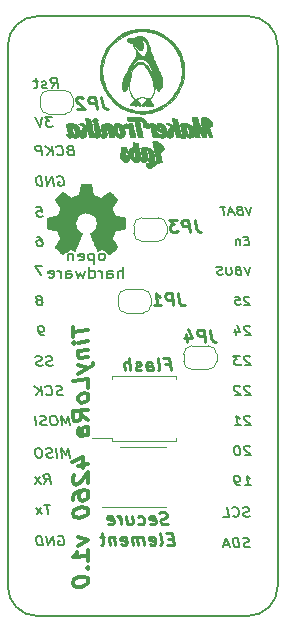
<source format=gbo>
G04 #@! TF.GenerationSoftware,KiCad,Pcbnew,(5.1.4)-1*
G04 #@! TF.CreationDate,2019-11-11T12:29:28+01:00*
G04 #@! TF.ProjectId,TLM-4260-breakout-v1_0,544c4d2d-3432-4363-902d-627265616b6f,1.1*
G04 #@! TF.SameCoordinates,Original*
G04 #@! TF.FileFunction,Legend,Bot*
G04 #@! TF.FilePolarity,Positive*
%FSLAX46Y46*%
G04 Gerber Fmt 4.6, Leading zero omitted, Abs format (unit mm)*
G04 Created by KiCad (PCBNEW (5.1.4)-1) date 2019-11-11 12:29:28*
%MOMM*%
%LPD*%
G04 APERTURE LIST*
%ADD10C,0.187500*%
%ADD11C,0.175000*%
%ADD12C,0.250000*%
%ADD13C,0.300000*%
%ADD14C,0.150000*%
%ADD15C,0.010000*%
%ADD16C,0.120000*%
G04 APERTURE END LIST*
D10*
X132504761Y-89253273D02*
X132600000Y-89212797D01*
X132647619Y-89172321D01*
X132695238Y-89091369D01*
X132695238Y-88848511D01*
X132647619Y-88767559D01*
X132600000Y-88727083D01*
X132504761Y-88686607D01*
X132361904Y-88686607D01*
X132266666Y-88727083D01*
X132219047Y-88767559D01*
X132171428Y-88848511D01*
X132171428Y-89091369D01*
X132219047Y-89172321D01*
X132266666Y-89212797D01*
X132361904Y-89253273D01*
X132504761Y-89253273D01*
X131742857Y-88686607D02*
X131742857Y-89536607D01*
X131742857Y-88727083D02*
X131647619Y-88686607D01*
X131457142Y-88686607D01*
X131361904Y-88727083D01*
X131314285Y-88767559D01*
X131266666Y-88848511D01*
X131266666Y-89091369D01*
X131314285Y-89172321D01*
X131361904Y-89212797D01*
X131457142Y-89253273D01*
X131647619Y-89253273D01*
X131742857Y-89212797D01*
X130457142Y-89212797D02*
X130552380Y-89253273D01*
X130742857Y-89253273D01*
X130838095Y-89212797D01*
X130885714Y-89131845D01*
X130885714Y-88808035D01*
X130838095Y-88727083D01*
X130742857Y-88686607D01*
X130552380Y-88686607D01*
X130457142Y-88727083D01*
X130409523Y-88808035D01*
X130409523Y-88888988D01*
X130885714Y-88969940D01*
X129980952Y-88686607D02*
X129980952Y-89253273D01*
X129980952Y-88767559D02*
X129933333Y-88727083D01*
X129838095Y-88686607D01*
X129695238Y-88686607D01*
X129600000Y-88727083D01*
X129552380Y-88808035D01*
X129552380Y-89253273D01*
X134242857Y-90715773D02*
X134242857Y-89865773D01*
X133814285Y-90715773D02*
X133814285Y-90270535D01*
X133861904Y-90189583D01*
X133957142Y-90149107D01*
X134100000Y-90149107D01*
X134195238Y-90189583D01*
X134242857Y-90230059D01*
X132909523Y-90715773D02*
X132909523Y-90270535D01*
X132957142Y-90189583D01*
X133052380Y-90149107D01*
X133242857Y-90149107D01*
X133338095Y-90189583D01*
X132909523Y-90675297D02*
X133004761Y-90715773D01*
X133242857Y-90715773D01*
X133338095Y-90675297D01*
X133385714Y-90594345D01*
X133385714Y-90513392D01*
X133338095Y-90432440D01*
X133242857Y-90391964D01*
X133004761Y-90391964D01*
X132909523Y-90351488D01*
X132433333Y-90715773D02*
X132433333Y-90149107D01*
X132433333Y-90311011D02*
X132385714Y-90230059D01*
X132338095Y-90189583D01*
X132242857Y-90149107D01*
X132147619Y-90149107D01*
X131385714Y-90715773D02*
X131385714Y-89865773D01*
X131385714Y-90675297D02*
X131480952Y-90715773D01*
X131671428Y-90715773D01*
X131766666Y-90675297D01*
X131814285Y-90634821D01*
X131861904Y-90553869D01*
X131861904Y-90311011D01*
X131814285Y-90230059D01*
X131766666Y-90189583D01*
X131671428Y-90149107D01*
X131480952Y-90149107D01*
X131385714Y-90189583D01*
X131004761Y-90149107D02*
X130814285Y-90715773D01*
X130623809Y-90311011D01*
X130433333Y-90715773D01*
X130242857Y-90149107D01*
X129433333Y-90715773D02*
X129433333Y-90270535D01*
X129480952Y-90189583D01*
X129576190Y-90149107D01*
X129766666Y-90149107D01*
X129861904Y-90189583D01*
X129433333Y-90675297D02*
X129528571Y-90715773D01*
X129766666Y-90715773D01*
X129861904Y-90675297D01*
X129909523Y-90594345D01*
X129909523Y-90513392D01*
X129861904Y-90432440D01*
X129766666Y-90391964D01*
X129528571Y-90391964D01*
X129433333Y-90351488D01*
X128957142Y-90715773D02*
X128957142Y-90149107D01*
X128957142Y-90311011D02*
X128909523Y-90230059D01*
X128861904Y-90189583D01*
X128766666Y-90149107D01*
X128671428Y-90149107D01*
X127957142Y-90675297D02*
X128052380Y-90715773D01*
X128242857Y-90715773D01*
X128338095Y-90675297D01*
X128385714Y-90594345D01*
X128385714Y-90270535D01*
X128338095Y-90189583D01*
X128242857Y-90149107D01*
X128052380Y-90149107D01*
X127957142Y-90189583D01*
X127909523Y-90270535D01*
X127909523Y-90351488D01*
X128385714Y-90432440D01*
X128171186Y-77161904D02*
X127614043Y-77161904D01*
X127952139Y-77466666D01*
X127823567Y-77466666D01*
X127742615Y-77504761D01*
X127704520Y-77542857D01*
X127671186Y-77619047D01*
X127694996Y-77809523D01*
X127747377Y-77885714D01*
X127794996Y-77923809D01*
X127885472Y-77961904D01*
X128142615Y-77961904D01*
X128223567Y-77923809D01*
X128261662Y-77885714D01*
X127356901Y-77161904D02*
X127156901Y-77961904D01*
X126756901Y-77161904D01*
D11*
X145066462Y-84706666D02*
X144887296Y-85406666D01*
X144533129Y-84706666D01*
X144041462Y-85040000D02*
X143931343Y-85073333D01*
X143897415Y-85106666D01*
X143867653Y-85173333D01*
X143880153Y-85273333D01*
X143926581Y-85340000D01*
X143968843Y-85373333D01*
X144049200Y-85406666D01*
X144353962Y-85406666D01*
X144266462Y-84706666D01*
X143999796Y-84706666D01*
X143927772Y-84740000D01*
X143893843Y-84773333D01*
X143864081Y-84840000D01*
X143872415Y-84906666D01*
X143918843Y-84973333D01*
X143961105Y-85006666D01*
X144041462Y-85040000D01*
X144308129Y-85040000D01*
X143567058Y-85206666D02*
X143186105Y-85206666D01*
X143668248Y-85406666D02*
X143314081Y-84706666D01*
X143134915Y-85406666D01*
X142895034Y-84706666D02*
X142437891Y-84706666D01*
X142753962Y-85406666D02*
X142666462Y-84706666D01*
D10*
X128175204Y-74707142D02*
X128454966Y-74278571D01*
X128746633Y-74707142D02*
X128634133Y-73807142D01*
X128253180Y-73807142D01*
X128163299Y-73850000D01*
X128121037Y-73892857D01*
X128084133Y-73978571D01*
X128100204Y-74107142D01*
X128158537Y-74192857D01*
X128211514Y-74235714D01*
X128312109Y-74278571D01*
X128693061Y-74278571D01*
X127788895Y-74664285D02*
X127699014Y-74707142D01*
X127508537Y-74707142D01*
X127407942Y-74664285D01*
X127349609Y-74578571D01*
X127344252Y-74535714D01*
X127381156Y-74450000D01*
X127471037Y-74407142D01*
X127613895Y-74407142D01*
X127703776Y-74364285D01*
X127740680Y-74278571D01*
X127735323Y-74235714D01*
X127676990Y-74150000D01*
X127576395Y-74107142D01*
X127433537Y-74107142D01*
X127343656Y-74150000D01*
X127004966Y-74107142D02*
X126624014Y-74107142D01*
X126824609Y-73807142D02*
X126921037Y-74578571D01*
X126884133Y-74664285D01*
X126794252Y-74707142D01*
X126699014Y-74707142D01*
X129718805Y-79942857D02*
X129594996Y-79980952D01*
X129556901Y-80019047D01*
X129523567Y-80095238D01*
X129537853Y-80209523D01*
X129590234Y-80285714D01*
X129637853Y-80323809D01*
X129728329Y-80361904D01*
X130071186Y-80361904D01*
X129971186Y-79561904D01*
X129671186Y-79561904D01*
X129590234Y-79600000D01*
X129552139Y-79638095D01*
X129518805Y-79714285D01*
X129528329Y-79790476D01*
X129580710Y-79866666D01*
X129628329Y-79904761D01*
X129718805Y-79942857D01*
X130018805Y-79942857D01*
X128647377Y-80285714D02*
X128694996Y-80323809D01*
X128828329Y-80361904D01*
X128914043Y-80361904D01*
X129037853Y-80323809D01*
X129114043Y-80247619D01*
X129147377Y-80171428D01*
X129171186Y-80019047D01*
X129156901Y-79904761D01*
X129094996Y-79752380D01*
X129042615Y-79676190D01*
X128947377Y-79600000D01*
X128814043Y-79561904D01*
X128728329Y-79561904D01*
X128604520Y-79600000D01*
X128566424Y-79638095D01*
X128271186Y-80361904D02*
X128171186Y-79561904D01*
X127756901Y-80361904D02*
X128085472Y-79904761D01*
X127656901Y-79561904D02*
X128228329Y-80019047D01*
X127371186Y-80361904D02*
X127271186Y-79561904D01*
X126928329Y-79561904D01*
X126847377Y-79600000D01*
X126809281Y-79638095D01*
X126775948Y-79714285D01*
X126790234Y-79828571D01*
X126842615Y-79904761D01*
X126890234Y-79942857D01*
X126980710Y-79980952D01*
X127323567Y-79980952D01*
X128675948Y-82200000D02*
X128756901Y-82161904D01*
X128885472Y-82161904D01*
X129018805Y-82200000D01*
X129114043Y-82276190D01*
X129166424Y-82352380D01*
X129228329Y-82504761D01*
X129242615Y-82619047D01*
X129218805Y-82771428D01*
X129185472Y-82847619D01*
X129109281Y-82923809D01*
X128985472Y-82961904D01*
X128899758Y-82961904D01*
X128766424Y-82923809D01*
X128718805Y-82885714D01*
X128685472Y-82619047D01*
X128856901Y-82619047D01*
X128342615Y-82961904D02*
X128242615Y-82161904D01*
X127828329Y-82961904D01*
X127728329Y-82161904D01*
X127399758Y-82961904D02*
X127299758Y-82161904D01*
X127085472Y-82161904D01*
X126961662Y-82200000D01*
X126885472Y-82276190D01*
X126852139Y-82352380D01*
X126828329Y-82504761D01*
X126842615Y-82619047D01*
X126904520Y-82771428D01*
X126956901Y-82847619D01*
X127052139Y-82923809D01*
X127185472Y-82961904D01*
X127399758Y-82961904D01*
X126871186Y-84761904D02*
X127299758Y-84761904D01*
X127390234Y-85142857D01*
X127342615Y-85104761D01*
X127252139Y-85066666D01*
X127037853Y-85066666D01*
X126956901Y-85104761D01*
X126918805Y-85142857D01*
X126885472Y-85219047D01*
X126909281Y-85409523D01*
X126961662Y-85485714D01*
X127009281Y-85523809D01*
X127099758Y-85561904D01*
X127314043Y-85561904D01*
X127394996Y-85523809D01*
X127433091Y-85485714D01*
X126914043Y-87261904D02*
X127085472Y-87261904D01*
X127175948Y-87300000D01*
X127223567Y-87338095D01*
X127323567Y-87452380D01*
X127385472Y-87604761D01*
X127423567Y-87909523D01*
X127390234Y-87985714D01*
X127352139Y-88023809D01*
X127271186Y-88061904D01*
X127099758Y-88061904D01*
X127009281Y-88023809D01*
X126961662Y-87985714D01*
X126909281Y-87909523D01*
X126885472Y-87719047D01*
X126918805Y-87642857D01*
X126956901Y-87604761D01*
X127037853Y-87566666D01*
X127209281Y-87566666D01*
X127299758Y-87604761D01*
X127347377Y-87642857D01*
X127399758Y-87719047D01*
X127385472Y-89731904D02*
X126785472Y-89731904D01*
X127271186Y-90531904D01*
X127214043Y-92604761D02*
X127294996Y-92566666D01*
X127333091Y-92528571D01*
X127366424Y-92452380D01*
X127361662Y-92414285D01*
X127309281Y-92338095D01*
X127261662Y-92300000D01*
X127171186Y-92261904D01*
X126999758Y-92261904D01*
X126918805Y-92300000D01*
X126880710Y-92338095D01*
X126847377Y-92414285D01*
X126852139Y-92452380D01*
X126904520Y-92528571D01*
X126952139Y-92566666D01*
X127042615Y-92604761D01*
X127214043Y-92604761D01*
X127304520Y-92642857D01*
X127352139Y-92680952D01*
X127404520Y-92757142D01*
X127423567Y-92909523D01*
X127390234Y-92985714D01*
X127352139Y-93023809D01*
X127271186Y-93061904D01*
X127099758Y-93061904D01*
X127009281Y-93023809D01*
X126961662Y-92985714D01*
X126909281Y-92909523D01*
X126890234Y-92757142D01*
X126923567Y-92680952D01*
X126961662Y-92642857D01*
X127042615Y-92604761D01*
X127510901Y-95611904D02*
X127339472Y-95611904D01*
X127248996Y-95573809D01*
X127201377Y-95535714D01*
X127101377Y-95421428D01*
X127039472Y-95269047D01*
X127001377Y-94964285D01*
X127034710Y-94888095D01*
X127072805Y-94850000D01*
X127153758Y-94811904D01*
X127325186Y-94811904D01*
X127415662Y-94850000D01*
X127463281Y-94888095D01*
X127515662Y-94964285D01*
X127539472Y-95154761D01*
X127506139Y-95230952D01*
X127468043Y-95269047D01*
X127387091Y-95307142D01*
X127215662Y-95307142D01*
X127125186Y-95269047D01*
X127077567Y-95230952D01*
X127025186Y-95154761D01*
X128274424Y-98148809D02*
X128150615Y-98186904D01*
X127936329Y-98186904D01*
X127845853Y-98148809D01*
X127798234Y-98110714D01*
X127745853Y-98034523D01*
X127736329Y-97958333D01*
X127769662Y-97882142D01*
X127807758Y-97844047D01*
X127888710Y-97805952D01*
X128055377Y-97767857D01*
X128136329Y-97729761D01*
X128174424Y-97691666D01*
X128207758Y-97615476D01*
X128198234Y-97539285D01*
X128145853Y-97463095D01*
X128098234Y-97425000D01*
X128007758Y-97386904D01*
X127793472Y-97386904D01*
X127669662Y-97425000D01*
X127417281Y-98148809D02*
X127293472Y-98186904D01*
X127079186Y-98186904D01*
X126988710Y-98148809D01*
X126941091Y-98110714D01*
X126888710Y-98034523D01*
X126879186Y-97958333D01*
X126912520Y-97882142D01*
X126950615Y-97844047D01*
X127031567Y-97805952D01*
X127198234Y-97767857D01*
X127279186Y-97729761D01*
X127317281Y-97691666D01*
X127350615Y-97615476D01*
X127341091Y-97539285D01*
X127288710Y-97463095D01*
X127241091Y-97425000D01*
X127150615Y-97386904D01*
X126936329Y-97386904D01*
X126812520Y-97425000D01*
X129137853Y-100653809D02*
X129014043Y-100691904D01*
X128799758Y-100691904D01*
X128709281Y-100653809D01*
X128661662Y-100615714D01*
X128609281Y-100539523D01*
X128599758Y-100463333D01*
X128633091Y-100387142D01*
X128671186Y-100349047D01*
X128752139Y-100310952D01*
X128918805Y-100272857D01*
X128999758Y-100234761D01*
X129037853Y-100196666D01*
X129071186Y-100120476D01*
X129061662Y-100044285D01*
X129009281Y-99968095D01*
X128961662Y-99930000D01*
X128871186Y-99891904D01*
X128656901Y-99891904D01*
X128533091Y-99930000D01*
X127718805Y-100615714D02*
X127766424Y-100653809D01*
X127899758Y-100691904D01*
X127985472Y-100691904D01*
X128109281Y-100653809D01*
X128185472Y-100577619D01*
X128218805Y-100501428D01*
X128242615Y-100349047D01*
X128228329Y-100234761D01*
X128166424Y-100082380D01*
X128114043Y-100006190D01*
X128018805Y-99930000D01*
X127885472Y-99891904D01*
X127799758Y-99891904D01*
X127675948Y-99930000D01*
X127637853Y-99968095D01*
X127342615Y-100691904D02*
X127242615Y-99891904D01*
X126828329Y-100691904D02*
X127156901Y-100234761D01*
X126728329Y-99891904D02*
X127299758Y-100349047D01*
X129699758Y-103231904D02*
X129599758Y-102431904D01*
X129371186Y-103003333D01*
X128999758Y-102431904D01*
X129099758Y-103231904D01*
X128399758Y-102431904D02*
X128228329Y-102431904D01*
X128147377Y-102470000D01*
X128071186Y-102546190D01*
X128047377Y-102698571D01*
X128080710Y-102965238D01*
X128142615Y-103117619D01*
X128237853Y-103193809D01*
X128328329Y-103231904D01*
X128499758Y-103231904D01*
X128580710Y-103193809D01*
X128656901Y-103117619D01*
X128680710Y-102965238D01*
X128647377Y-102698571D01*
X128585472Y-102546190D01*
X128490234Y-102470000D01*
X128399758Y-102431904D01*
X127766424Y-103193809D02*
X127642615Y-103231904D01*
X127428329Y-103231904D01*
X127337853Y-103193809D01*
X127290234Y-103155714D01*
X127237853Y-103079523D01*
X127228329Y-103003333D01*
X127261662Y-102927142D01*
X127299758Y-102889047D01*
X127380710Y-102850952D01*
X127547377Y-102812857D01*
X127628329Y-102774761D01*
X127666424Y-102736666D01*
X127699758Y-102660476D01*
X127690234Y-102584285D01*
X127637853Y-102508095D01*
X127590234Y-102470000D01*
X127499758Y-102431904D01*
X127285472Y-102431904D01*
X127161662Y-102470000D01*
X126871186Y-103231904D02*
X126771186Y-102431904D01*
X129699758Y-105961904D02*
X129599758Y-105161904D01*
X129371186Y-105733333D01*
X128999758Y-105161904D01*
X129099758Y-105961904D01*
X128671186Y-105961904D02*
X128571186Y-105161904D01*
X128280710Y-105923809D02*
X128156901Y-105961904D01*
X127942615Y-105961904D01*
X127852139Y-105923809D01*
X127804520Y-105885714D01*
X127752139Y-105809523D01*
X127742615Y-105733333D01*
X127775948Y-105657142D01*
X127814043Y-105619047D01*
X127894996Y-105580952D01*
X128061662Y-105542857D01*
X128142615Y-105504761D01*
X128180710Y-105466666D01*
X128214043Y-105390476D01*
X128204520Y-105314285D01*
X128152139Y-105238095D01*
X128104520Y-105200000D01*
X128014043Y-105161904D01*
X127799758Y-105161904D01*
X127675948Y-105200000D01*
X127114043Y-105161904D02*
X126942615Y-105161904D01*
X126861662Y-105200000D01*
X126785472Y-105276190D01*
X126761662Y-105428571D01*
X126794996Y-105695238D01*
X126856901Y-105847619D01*
X126952139Y-105923809D01*
X127042615Y-105961904D01*
X127214043Y-105961904D01*
X127294996Y-105923809D01*
X127371186Y-105847619D01*
X127394996Y-105695238D01*
X127361662Y-105428571D01*
X127299758Y-105276190D01*
X127204520Y-105200000D01*
X127114043Y-105161904D01*
X127571186Y-108161904D02*
X127823567Y-107780952D01*
X128085472Y-108161904D02*
X127985472Y-107361904D01*
X127642615Y-107361904D01*
X127561662Y-107400000D01*
X127523567Y-107438095D01*
X127490234Y-107514285D01*
X127504520Y-107628571D01*
X127556901Y-107704761D01*
X127604520Y-107742857D01*
X127694996Y-107780952D01*
X128037853Y-107780952D01*
X127271186Y-108161904D02*
X126733091Y-107628571D01*
X127204520Y-107628571D02*
X126799758Y-108161904D01*
X128006901Y-109961904D02*
X127492615Y-109961904D01*
X127849758Y-110761904D02*
X127749758Y-109961904D01*
X127378329Y-110761904D02*
X126840234Y-110228571D01*
X127311662Y-110228571D02*
X126906901Y-110761904D01*
X128691948Y-112630000D02*
X128772901Y-112591904D01*
X128901472Y-112591904D01*
X129034805Y-112630000D01*
X129130043Y-112706190D01*
X129182424Y-112782380D01*
X129244329Y-112934761D01*
X129258615Y-113049047D01*
X129234805Y-113201428D01*
X129201472Y-113277619D01*
X129125281Y-113353809D01*
X129001472Y-113391904D01*
X128915758Y-113391904D01*
X128782424Y-113353809D01*
X128734805Y-113315714D01*
X128701472Y-113049047D01*
X128872901Y-113049047D01*
X128358615Y-113391904D02*
X128258615Y-112591904D01*
X127844329Y-113391904D01*
X127744329Y-112591904D01*
X127415758Y-113391904D02*
X127315758Y-112591904D01*
X127101472Y-112591904D01*
X126977662Y-112630000D01*
X126901472Y-112706190D01*
X126868139Y-112782380D01*
X126844329Y-112934761D01*
X126858615Y-113049047D01*
X126920520Y-113201428D01*
X126972901Y-113277619D01*
X127068139Y-113353809D01*
X127201472Y-113391904D01*
X127415758Y-113391904D01*
X144973567Y-113523809D02*
X144849758Y-113561904D01*
X144635472Y-113561904D01*
X144544996Y-113523809D01*
X144497377Y-113485714D01*
X144444996Y-113409523D01*
X144435472Y-113333333D01*
X144468805Y-113257142D01*
X144506901Y-113219047D01*
X144587853Y-113180952D01*
X144754520Y-113142857D01*
X144835472Y-113104761D01*
X144873567Y-113066666D01*
X144906901Y-112990476D01*
X144897377Y-112914285D01*
X144844996Y-112838095D01*
X144797377Y-112800000D01*
X144706901Y-112761904D01*
X144492615Y-112761904D01*
X144368805Y-112800000D01*
X144078329Y-113561904D02*
X143978329Y-112761904D01*
X143764043Y-112761904D01*
X143640234Y-112800000D01*
X143564043Y-112876190D01*
X143530710Y-112952380D01*
X143506901Y-113104761D01*
X143521186Y-113219047D01*
X143583091Y-113371428D01*
X143635472Y-113447619D01*
X143730710Y-113523809D01*
X143864043Y-113561904D01*
X144078329Y-113561904D01*
X143192615Y-113333333D02*
X142764043Y-113333333D01*
X143306901Y-113561904D02*
X142906901Y-112761904D01*
X142706901Y-113561904D01*
X144952139Y-110923809D02*
X144828329Y-110961904D01*
X144614043Y-110961904D01*
X144523567Y-110923809D01*
X144475948Y-110885714D01*
X144423567Y-110809523D01*
X144414043Y-110733333D01*
X144447377Y-110657142D01*
X144485472Y-110619047D01*
X144566424Y-110580952D01*
X144733091Y-110542857D01*
X144814043Y-110504761D01*
X144852139Y-110466666D01*
X144885472Y-110390476D01*
X144875948Y-110314285D01*
X144823567Y-110238095D01*
X144775948Y-110200000D01*
X144685472Y-110161904D01*
X144471186Y-110161904D01*
X144347377Y-110200000D01*
X143533091Y-110885714D02*
X143580710Y-110923809D01*
X143714043Y-110961904D01*
X143799758Y-110961904D01*
X143923567Y-110923809D01*
X143999758Y-110847619D01*
X144033091Y-110771428D01*
X144056901Y-110619047D01*
X144042615Y-110504761D01*
X143980710Y-110352380D01*
X143928329Y-110276190D01*
X143833091Y-110200000D01*
X143699758Y-110161904D01*
X143614043Y-110161904D01*
X143490234Y-110200000D01*
X143452139Y-110238095D01*
X142728329Y-110961904D02*
X143156901Y-110961904D01*
X143056901Y-110161904D01*
X144528901Y-108311904D02*
X145043186Y-108311904D01*
X144786043Y-108311904D02*
X144686043Y-107511904D01*
X144786043Y-107626190D01*
X144881281Y-107702380D01*
X144971758Y-107740476D01*
X144100329Y-108311904D02*
X143928901Y-108311904D01*
X143838424Y-108273809D01*
X143790805Y-108235714D01*
X143690805Y-108121428D01*
X143628901Y-107969047D01*
X143590805Y-107664285D01*
X143624139Y-107588095D01*
X143662234Y-107550000D01*
X143743186Y-107511904D01*
X143914615Y-107511904D01*
X144005091Y-107550000D01*
X144052710Y-107588095D01*
X144105091Y-107664285D01*
X144128901Y-107854761D01*
X144095567Y-107930952D01*
X144057472Y-107969047D01*
X143976520Y-108007142D01*
X143805091Y-108007142D01*
X143714615Y-107969047D01*
X143666996Y-107930952D01*
X143614615Y-107854761D01*
X144952710Y-105048095D02*
X144905091Y-105010000D01*
X144814615Y-104971904D01*
X144600329Y-104971904D01*
X144519377Y-105010000D01*
X144481281Y-105048095D01*
X144447948Y-105124285D01*
X144457472Y-105200476D01*
X144514615Y-105314761D01*
X145086043Y-105771904D01*
X144528901Y-105771904D01*
X143871758Y-104971904D02*
X143786043Y-104971904D01*
X143705091Y-105010000D01*
X143666996Y-105048095D01*
X143633662Y-105124285D01*
X143609853Y-105276666D01*
X143633662Y-105467142D01*
X143695567Y-105619523D01*
X143747948Y-105695714D01*
X143795567Y-105733809D01*
X143886043Y-105771904D01*
X143971758Y-105771904D01*
X144052710Y-105733809D01*
X144090805Y-105695714D01*
X144124139Y-105619523D01*
X144147948Y-105467142D01*
X144124139Y-105276666D01*
X144062234Y-105124285D01*
X144009853Y-105048095D01*
X143962234Y-105010000D01*
X143871758Y-104971904D01*
X144952710Y-102508095D02*
X144905091Y-102470000D01*
X144814615Y-102431904D01*
X144600329Y-102431904D01*
X144519377Y-102470000D01*
X144481281Y-102508095D01*
X144447948Y-102584285D01*
X144457472Y-102660476D01*
X144514615Y-102774761D01*
X145086043Y-103231904D01*
X144528901Y-103231904D01*
X143671758Y-103231904D02*
X144186043Y-103231904D01*
X143928901Y-103231904D02*
X143828901Y-102431904D01*
X143928901Y-102546190D01*
X144024139Y-102622380D01*
X144114615Y-102660476D01*
X144952710Y-99968095D02*
X144905091Y-99930000D01*
X144814615Y-99891904D01*
X144600329Y-99891904D01*
X144519377Y-99930000D01*
X144481281Y-99968095D01*
X144447948Y-100044285D01*
X144457472Y-100120476D01*
X144514615Y-100234761D01*
X145086043Y-100691904D01*
X144528901Y-100691904D01*
X144095567Y-99968095D02*
X144047948Y-99930000D01*
X143957472Y-99891904D01*
X143743186Y-99891904D01*
X143662234Y-99930000D01*
X143624139Y-99968095D01*
X143590805Y-100044285D01*
X143600329Y-100120476D01*
X143657472Y-100234761D01*
X144228901Y-100691904D01*
X143671758Y-100691904D01*
X144952710Y-97428095D02*
X144905091Y-97390000D01*
X144814615Y-97351904D01*
X144600329Y-97351904D01*
X144519377Y-97390000D01*
X144481281Y-97428095D01*
X144447948Y-97504285D01*
X144457472Y-97580476D01*
X144514615Y-97694761D01*
X145086043Y-98151904D01*
X144528901Y-98151904D01*
X144128901Y-97351904D02*
X143571758Y-97351904D01*
X143909853Y-97656666D01*
X143781281Y-97656666D01*
X143700329Y-97694761D01*
X143662234Y-97732857D01*
X143628901Y-97809047D01*
X143652710Y-97999523D01*
X143705091Y-98075714D01*
X143752710Y-98113809D01*
X143843186Y-98151904D01*
X144100329Y-98151904D01*
X144181281Y-98113809D01*
X144219377Y-98075714D01*
X144952710Y-94888095D02*
X144905091Y-94850000D01*
X144814615Y-94811904D01*
X144600329Y-94811904D01*
X144519377Y-94850000D01*
X144481281Y-94888095D01*
X144447948Y-94964285D01*
X144457472Y-95040476D01*
X144514615Y-95154761D01*
X145086043Y-95611904D01*
X144528901Y-95611904D01*
X143690805Y-95078571D02*
X143757472Y-95611904D01*
X143866996Y-94773809D02*
X144152710Y-95345238D01*
X143595567Y-95345238D01*
D11*
X144878034Y-92393333D02*
X144835772Y-92360000D01*
X144755415Y-92326666D01*
X144564938Y-92326666D01*
X144492915Y-92360000D01*
X144458986Y-92393333D01*
X144429224Y-92460000D01*
X144437558Y-92526666D01*
X144488153Y-92626666D01*
X144995296Y-93026666D01*
X144500058Y-93026666D01*
X143688748Y-92326666D02*
X144069700Y-92326666D01*
X144149462Y-92660000D01*
X144107200Y-92626666D01*
X144026843Y-92593333D01*
X143836367Y-92593333D01*
X143764343Y-92626666D01*
X143730415Y-92660000D01*
X143700653Y-92726666D01*
X143721486Y-92893333D01*
X143767915Y-92960000D01*
X143810177Y-92993333D01*
X143890534Y-93026666D01*
X144081010Y-93026666D01*
X144153034Y-92993333D01*
X144186962Y-92960000D01*
X144964843Y-89786666D02*
X144785677Y-90486666D01*
X144431510Y-89786666D01*
X143939843Y-90120000D02*
X143829724Y-90153333D01*
X143795796Y-90186666D01*
X143766034Y-90253333D01*
X143778534Y-90353333D01*
X143824962Y-90420000D01*
X143867224Y-90453333D01*
X143947581Y-90486666D01*
X144252343Y-90486666D01*
X144164843Y-89786666D01*
X143898177Y-89786666D01*
X143826153Y-89820000D01*
X143792224Y-89853333D01*
X143762462Y-89920000D01*
X143770796Y-89986666D01*
X143817224Y-90053333D01*
X143859486Y-90086666D01*
X143939843Y-90120000D01*
X144206510Y-90120000D01*
X143364843Y-89786666D02*
X143435677Y-90353333D01*
X143405915Y-90420000D01*
X143371986Y-90453333D01*
X143299962Y-90486666D01*
X143147581Y-90486666D01*
X143067224Y-90453333D01*
X143024962Y-90420000D01*
X142978534Y-90353333D01*
X142907700Y-89786666D01*
X142648177Y-90453333D02*
X142538058Y-90486666D01*
X142347581Y-90486666D01*
X142267224Y-90453333D01*
X142224962Y-90420000D01*
X142178534Y-90353333D01*
X142170200Y-90286666D01*
X142199962Y-90220000D01*
X142233891Y-90186666D01*
X142305915Y-90153333D01*
X142454129Y-90120000D01*
X142526153Y-90086666D01*
X142560081Y-90053333D01*
X142589843Y-89986666D01*
X142581510Y-89920000D01*
X142535081Y-89853333D01*
X142492819Y-89820000D01*
X142412462Y-89786666D01*
X142221986Y-89786666D01*
X142111867Y-89820000D01*
X144835177Y-87580000D02*
X144568510Y-87580000D01*
X144500058Y-87946666D02*
X144881010Y-87946666D01*
X144793510Y-87246666D01*
X144412558Y-87246666D01*
X144098867Y-87480000D02*
X144157200Y-87946666D01*
X144107200Y-87546666D02*
X144064938Y-87513333D01*
X143984581Y-87480000D01*
X143870296Y-87480000D01*
X143798272Y-87513333D01*
X143768510Y-87580000D01*
X143814343Y-87946666D01*
D12*
X138048824Y-111549761D02*
X137897633Y-111597380D01*
X137635729Y-111597380D01*
X137525014Y-111549761D01*
X137466681Y-111502142D01*
X137402395Y-111406904D01*
X137390491Y-111311666D01*
X137430967Y-111216428D01*
X137477395Y-111168809D01*
X137576205Y-111121190D01*
X137779776Y-111073571D01*
X137878586Y-111025952D01*
X137925014Y-110978333D01*
X137965491Y-110883095D01*
X137953586Y-110787857D01*
X137889300Y-110692619D01*
X137830967Y-110645000D01*
X137720252Y-110597380D01*
X137458348Y-110597380D01*
X137307157Y-110645000D01*
X136529776Y-111549761D02*
X136640491Y-111597380D01*
X136850014Y-111597380D01*
X136948824Y-111549761D01*
X136989300Y-111454523D01*
X136941681Y-111073571D01*
X136877395Y-110978333D01*
X136766681Y-110930714D01*
X136557157Y-110930714D01*
X136458348Y-110978333D01*
X136417872Y-111073571D01*
X136429776Y-111168809D01*
X136965491Y-111264047D01*
X135534538Y-111549761D02*
X135645252Y-111597380D01*
X135854776Y-111597380D01*
X135953586Y-111549761D01*
X136000014Y-111502142D01*
X136040491Y-111406904D01*
X136004776Y-111121190D01*
X135940491Y-111025952D01*
X135882157Y-110978333D01*
X135771443Y-110930714D01*
X135561919Y-110930714D01*
X135463110Y-110978333D01*
X134514300Y-110930714D02*
X134597633Y-111597380D01*
X134985729Y-110930714D02*
X135051205Y-111454523D01*
X135010729Y-111549761D01*
X134911919Y-111597380D01*
X134754776Y-111597380D01*
X134644062Y-111549761D01*
X134585729Y-111502142D01*
X134073824Y-111597380D02*
X133990491Y-110930714D01*
X134014300Y-111121190D02*
X133950014Y-111025952D01*
X133891681Y-110978333D01*
X133780967Y-110930714D01*
X133676205Y-110930714D01*
X132967872Y-111549761D02*
X133078586Y-111597380D01*
X133288110Y-111597380D01*
X133386919Y-111549761D01*
X133427395Y-111454523D01*
X133379776Y-111073571D01*
X133315491Y-110978333D01*
X133204776Y-110930714D01*
X132995252Y-110930714D01*
X132896443Y-110978333D01*
X132855967Y-111073571D01*
X132867872Y-111168809D01*
X133403586Y-111264047D01*
X138434538Y-112823571D02*
X138067872Y-112823571D01*
X137976205Y-113347380D02*
X138500014Y-113347380D01*
X138375014Y-112347380D01*
X137851205Y-112347380D01*
X137347633Y-113347380D02*
X137446443Y-113299761D01*
X137486919Y-113204523D01*
X137379776Y-112347380D01*
X136503586Y-113299761D02*
X136614300Y-113347380D01*
X136823824Y-113347380D01*
X136922633Y-113299761D01*
X136963110Y-113204523D01*
X136915491Y-112823571D01*
X136851205Y-112728333D01*
X136740491Y-112680714D01*
X136530967Y-112680714D01*
X136432157Y-112728333D01*
X136391681Y-112823571D01*
X136403586Y-112918809D01*
X136939300Y-113014047D01*
X135985729Y-113347380D02*
X135902395Y-112680714D01*
X135914300Y-112775952D02*
X135855967Y-112728333D01*
X135745252Y-112680714D01*
X135588110Y-112680714D01*
X135489300Y-112728333D01*
X135448824Y-112823571D01*
X135514300Y-113347380D01*
X135448824Y-112823571D02*
X135384538Y-112728333D01*
X135273824Y-112680714D01*
X135116681Y-112680714D01*
X135017872Y-112728333D01*
X134977395Y-112823571D01*
X135042872Y-113347380D01*
X134094062Y-113299761D02*
X134204776Y-113347380D01*
X134414300Y-113347380D01*
X134513110Y-113299761D01*
X134553586Y-113204523D01*
X134505967Y-112823571D01*
X134441681Y-112728333D01*
X134330967Y-112680714D01*
X134121443Y-112680714D01*
X134022633Y-112728333D01*
X133982157Y-112823571D01*
X133994062Y-112918809D01*
X134529776Y-113014047D01*
X133492872Y-112680714D02*
X133576205Y-113347380D01*
X133504776Y-112775952D02*
X133446443Y-112728333D01*
X133335729Y-112680714D01*
X133178586Y-112680714D01*
X133079776Y-112728333D01*
X133039300Y-112823571D01*
X133104776Y-113347380D01*
X132654776Y-112680714D02*
X132235729Y-112680714D01*
X132455967Y-112347380D02*
X132563110Y-113204523D01*
X132522633Y-113299761D01*
X132423824Y-113347380D01*
X132319062Y-113347380D01*
X137814062Y-98028571D02*
X138180729Y-98028571D01*
X138246205Y-98552380D02*
X138121205Y-97552380D01*
X137597395Y-97552380D01*
X137146205Y-98552380D02*
X137245014Y-98504761D01*
X137285491Y-98409523D01*
X137178348Y-97552380D01*
X136255729Y-98552380D02*
X136190252Y-98028571D01*
X136230729Y-97933333D01*
X136329538Y-97885714D01*
X136539062Y-97885714D01*
X136649776Y-97933333D01*
X136249776Y-98504761D02*
X136360491Y-98552380D01*
X136622395Y-98552380D01*
X136721205Y-98504761D01*
X136761681Y-98409523D01*
X136749776Y-98314285D01*
X136685491Y-98219047D01*
X136574776Y-98171428D01*
X136312872Y-98171428D01*
X136202157Y-98123809D01*
X135778348Y-98504761D02*
X135679538Y-98552380D01*
X135470014Y-98552380D01*
X135359300Y-98504761D01*
X135295014Y-98409523D01*
X135289062Y-98361904D01*
X135329538Y-98266666D01*
X135428348Y-98219047D01*
X135585491Y-98219047D01*
X135684300Y-98171428D01*
X135724776Y-98076190D01*
X135718824Y-98028571D01*
X135654538Y-97933333D01*
X135543824Y-97885714D01*
X135386681Y-97885714D01*
X135287872Y-97933333D01*
X134841443Y-98552380D02*
X134716443Y-97552380D01*
X134370014Y-98552380D02*
X134304538Y-98028571D01*
X134345014Y-97933333D01*
X134443824Y-97885714D01*
X134600967Y-97885714D01*
X134711681Y-97933333D01*
X134770014Y-97980952D01*
X140289776Y-85842380D02*
X140379062Y-86556666D01*
X140449300Y-86699523D01*
X140565967Y-86794761D01*
X140729062Y-86842380D01*
X140833824Y-86842380D01*
X139890967Y-86842380D02*
X139765967Y-85842380D01*
X139346919Y-85842380D01*
X139248110Y-85890000D01*
X139201681Y-85937619D01*
X139161205Y-86032857D01*
X139179062Y-86175714D01*
X139243348Y-86270952D01*
X139301681Y-86318571D01*
X139412395Y-86366190D01*
X139831443Y-86366190D01*
X138770729Y-85842380D02*
X138089776Y-85842380D01*
X138504062Y-86223333D01*
X138346919Y-86223333D01*
X138248110Y-86270952D01*
X138201681Y-86318571D01*
X138161205Y-86413809D01*
X138190967Y-86651904D01*
X138255252Y-86747142D01*
X138313586Y-86794761D01*
X138424300Y-86842380D01*
X138738586Y-86842380D01*
X138837395Y-86794761D01*
X138883824Y-86747142D01*
X141589776Y-95142380D02*
X141679062Y-95856666D01*
X141749300Y-95999523D01*
X141865967Y-96094761D01*
X142029062Y-96142380D01*
X142133824Y-96142380D01*
X141190967Y-96142380D02*
X141065967Y-95142380D01*
X140646919Y-95142380D01*
X140548110Y-95190000D01*
X140501681Y-95237619D01*
X140461205Y-95332857D01*
X140479062Y-95475714D01*
X140543348Y-95570952D01*
X140601681Y-95618571D01*
X140712395Y-95666190D01*
X141131443Y-95666190D01*
X139536205Y-95475714D02*
X139619538Y-96142380D01*
X139750491Y-95094761D02*
X140101681Y-95809047D01*
X139420729Y-95809047D01*
X132399776Y-75452380D02*
X132489062Y-76166666D01*
X132559300Y-76309523D01*
X132675967Y-76404761D01*
X132839062Y-76452380D01*
X132943824Y-76452380D01*
X132000967Y-76452380D02*
X131875967Y-75452380D01*
X131456919Y-75452380D01*
X131358110Y-75500000D01*
X131311681Y-75547619D01*
X131271205Y-75642857D01*
X131289062Y-75785714D01*
X131353348Y-75880952D01*
X131411681Y-75928571D01*
X131522395Y-75976190D01*
X131941443Y-75976190D01*
X130840252Y-75547619D02*
X130781919Y-75500000D01*
X130671205Y-75452380D01*
X130409300Y-75452380D01*
X130310491Y-75500000D01*
X130264062Y-75547619D01*
X130223586Y-75642857D01*
X130235491Y-75738095D01*
X130305729Y-75880952D01*
X131005729Y-76452380D01*
X130324776Y-76452380D01*
X138889776Y-92062380D02*
X138979062Y-92776666D01*
X139049300Y-92919523D01*
X139165967Y-93014761D01*
X139329062Y-93062380D01*
X139433824Y-93062380D01*
X138490967Y-93062380D02*
X138365967Y-92062380D01*
X137946919Y-92062380D01*
X137848110Y-92110000D01*
X137801681Y-92157619D01*
X137761205Y-92252857D01*
X137779062Y-92395714D01*
X137843348Y-92490952D01*
X137901681Y-92538571D01*
X138012395Y-92586190D01*
X138431443Y-92586190D01*
X136814776Y-93062380D02*
X137443348Y-93062380D01*
X137129062Y-93062380D02*
X137004062Y-92062380D01*
X137126681Y-92205238D01*
X137243348Y-92300476D01*
X137354062Y-92348095D01*
D13*
X129988095Y-94916845D02*
X129988095Y-95773988D01*
X131288095Y-95182916D02*
X129988095Y-95345416D01*
X131288095Y-96111488D02*
X130421428Y-96219821D01*
X129988095Y-96273988D02*
X130050000Y-96194821D01*
X130111904Y-96258511D01*
X130050000Y-96337678D01*
X129988095Y-96273988D01*
X130111904Y-96258511D01*
X130421428Y-96934107D02*
X131288095Y-96825773D01*
X130545238Y-96918630D02*
X130483333Y-96997797D01*
X130421428Y-97148392D01*
X130421428Y-97362678D01*
X130483333Y-97497797D01*
X130607142Y-97553750D01*
X131288095Y-97468630D01*
X130421428Y-98148392D02*
X131288095Y-98397202D01*
X130421428Y-98862678D02*
X131288095Y-98397202D01*
X131597619Y-98215654D01*
X131659523Y-98136488D01*
X131721428Y-97985892D01*
X131288095Y-100040059D02*
X131288095Y-99325773D01*
X129988095Y-99488273D01*
X131288095Y-100754345D02*
X131226190Y-100619226D01*
X131164285Y-100555535D01*
X131040476Y-100499583D01*
X130669047Y-100546011D01*
X130545238Y-100632916D01*
X130483333Y-100712083D01*
X130421428Y-100862678D01*
X130421428Y-101076964D01*
X130483333Y-101212083D01*
X130545238Y-101275773D01*
X130669047Y-101331726D01*
X131040476Y-101285297D01*
X131164285Y-101198392D01*
X131226190Y-101119226D01*
X131288095Y-100968630D01*
X131288095Y-100754345D01*
X131288095Y-102754345D02*
X130669047Y-102331726D01*
X131288095Y-101897202D02*
X129988095Y-102059702D01*
X129988095Y-102631130D01*
X130050000Y-102766249D01*
X130111904Y-102829940D01*
X130235714Y-102885892D01*
X130421428Y-102862678D01*
X130545238Y-102775773D01*
X130607142Y-102696607D01*
X130669047Y-102546011D01*
X130669047Y-101974583D01*
X131288095Y-104040059D02*
X130607142Y-104125178D01*
X130483333Y-104069226D01*
X130421428Y-103934107D01*
X130421428Y-103648392D01*
X130483333Y-103497797D01*
X131226190Y-104047797D02*
X131288095Y-103897202D01*
X131288095Y-103540059D01*
X131226190Y-103404940D01*
X131102380Y-103348988D01*
X130978571Y-103364464D01*
X130854761Y-103451369D01*
X130792857Y-103601964D01*
X130792857Y-103959107D01*
X130730952Y-104109702D01*
X130421428Y-106648392D02*
X131288095Y-106540059D01*
X129926190Y-106353154D02*
X130854761Y-105879940D01*
X130854761Y-106808511D01*
X130111904Y-107401369D02*
X130050000Y-107480535D01*
X129988095Y-107631130D01*
X129988095Y-107988273D01*
X130050000Y-108123392D01*
X130111904Y-108187083D01*
X130235714Y-108243035D01*
X130359523Y-108227559D01*
X130545238Y-108132916D01*
X131288095Y-107182916D01*
X131288095Y-108111488D01*
X129988095Y-109559702D02*
X129988095Y-109273988D01*
X130050000Y-109123392D01*
X130111904Y-109044226D01*
X130297619Y-108878154D01*
X130545238Y-108775773D01*
X131040476Y-108713869D01*
X131164285Y-108769821D01*
X131226190Y-108833511D01*
X131288095Y-108968630D01*
X131288095Y-109254345D01*
X131226190Y-109404940D01*
X131164285Y-109484107D01*
X131040476Y-109571011D01*
X130730952Y-109609702D01*
X130607142Y-109553749D01*
X130545238Y-109490059D01*
X130483333Y-109354940D01*
X130483333Y-109069226D01*
X130545238Y-108918630D01*
X130607142Y-108839464D01*
X130730952Y-108752559D01*
X129988095Y-110631130D02*
X129988095Y-110773988D01*
X130050000Y-110909107D01*
X130111904Y-110972797D01*
X130235714Y-111028749D01*
X130483333Y-111069226D01*
X130792857Y-111030535D01*
X131040476Y-110928154D01*
X131164285Y-110841249D01*
X131226190Y-110762083D01*
X131288095Y-110611488D01*
X131288095Y-110468630D01*
X131226190Y-110333511D01*
X131164285Y-110269821D01*
X131040476Y-110213869D01*
X130792857Y-110173392D01*
X130483333Y-110212083D01*
X130235714Y-110314464D01*
X130111904Y-110401369D01*
X130050000Y-110480535D01*
X129988095Y-110631130D01*
X130421428Y-112719821D02*
X131288095Y-112968630D01*
X130421428Y-113434107D01*
X131288095Y-114682916D02*
X131288095Y-113825773D01*
X131288095Y-114254345D02*
X129988095Y-114416845D01*
X130173809Y-114250773D01*
X130297619Y-114092440D01*
X130359523Y-113941845D01*
X131164285Y-115341249D02*
X131226190Y-115404940D01*
X131288095Y-115325773D01*
X131226190Y-115262083D01*
X131164285Y-115341249D01*
X131288095Y-115325773D01*
X129988095Y-116488273D02*
X129988095Y-116631130D01*
X130050000Y-116766249D01*
X130111904Y-116829940D01*
X130235714Y-116885892D01*
X130483333Y-116926369D01*
X130792857Y-116887678D01*
X131040476Y-116785297D01*
X131164285Y-116698392D01*
X131226190Y-116619226D01*
X131288095Y-116468630D01*
X131288095Y-116325773D01*
X131226190Y-116190654D01*
X131164285Y-116126964D01*
X131040476Y-116071011D01*
X130792857Y-116030535D01*
X130483333Y-116069226D01*
X130235714Y-116171607D01*
X130111904Y-116258511D01*
X130050000Y-116337678D01*
X129988095Y-116488273D01*
D14*
X127000000Y-119380000D02*
G75*
G02X124460000Y-116840000I0J2540000D01*
G01*
X147320000Y-116840000D02*
G75*
G02X144780000Y-119380000I-2540000J0D01*
G01*
X144780000Y-68580000D02*
G75*
G02X147320000Y-71120000I0J-2540000D01*
G01*
X124460000Y-71120000D02*
G75*
G02X127000000Y-68580000I2540000J0D01*
G01*
X124460000Y-116840000D02*
X124460000Y-71120000D01*
X144780000Y-119380000D02*
X127000000Y-119380000D01*
X147320000Y-71120000D02*
X147320000Y-116840000D01*
X127000000Y-68580000D02*
X144780000Y-68580000D01*
D15*
G36*
X134735232Y-74528380D02*
G01*
X134734074Y-74575984D01*
X134737289Y-74644234D01*
X134744011Y-74718239D01*
X134753376Y-74783106D01*
X134758470Y-74806300D01*
X134766993Y-74824938D01*
X134769620Y-74796449D01*
X134766144Y-74724187D01*
X134764692Y-74704700D01*
X134756618Y-74615223D01*
X134748461Y-74547949D01*
X134741918Y-74516725D01*
X134741628Y-74516316D01*
X134735232Y-74528380D01*
X134735232Y-74528380D01*
G37*
X134735232Y-74528380D02*
X134734074Y-74575984D01*
X134737289Y-74644234D01*
X134744011Y-74718239D01*
X134753376Y-74783106D01*
X134758470Y-74806300D01*
X134766993Y-74824938D01*
X134769620Y-74796449D01*
X134766144Y-74724187D01*
X134764692Y-74704700D01*
X134756618Y-74615223D01*
X134748461Y-74547949D01*
X134741918Y-74516725D01*
X134741628Y-74516316D01*
X134735232Y-74528380D01*
G36*
X135482897Y-70284390D02*
G01*
X135448166Y-70294419D01*
X135347622Y-70332255D01*
X135252600Y-70378739D01*
X135199774Y-70412304D01*
X135128159Y-70457450D01*
X135065782Y-70469862D01*
X135029102Y-70465619D01*
X134881801Y-70440376D01*
X134774655Y-70429465D01*
X134698825Y-70433782D01*
X134645474Y-70454224D01*
X134605765Y-70491688D01*
X134592870Y-70509876D01*
X134568566Y-70564968D01*
X134574890Y-70625905D01*
X134582602Y-70649945D01*
X134612770Y-70707296D01*
X134664372Y-70753077D01*
X134747416Y-70793966D01*
X134853949Y-70831047D01*
X134977738Y-70890416D01*
X135059649Y-70976632D01*
X135096805Y-71079108D01*
X135117276Y-71143315D01*
X135158975Y-71233754D01*
X135214379Y-71334777D01*
X135239710Y-71376260D01*
X135303839Y-71482759D01*
X135345731Y-71571394D01*
X135364997Y-71652648D01*
X135361248Y-71737003D01*
X135334093Y-71834943D01*
X135283143Y-71956949D01*
X135212648Y-72104079D01*
X135074828Y-72373427D01*
X134925906Y-72642147D01*
X134757930Y-72924162D01*
X134604937Y-73168000D01*
X134531230Y-73285636D01*
X134460767Y-73402221D01*
X134402093Y-73503379D01*
X134366954Y-73568311D01*
X134305202Y-73712838D01*
X134251890Y-73880371D01*
X134208418Y-74060979D01*
X134176184Y-74244732D01*
X134156587Y-74421702D01*
X134151026Y-74581958D01*
X134160899Y-74715570D01*
X134187606Y-74812608D01*
X134190774Y-74819000D01*
X134236119Y-74883984D01*
X134292078Y-74912107D01*
X134314653Y-74915486D01*
X134405560Y-74904606D01*
X134477908Y-74850694D01*
X134533893Y-74751461D01*
X134564250Y-74654880D01*
X134593727Y-74554927D01*
X134628139Y-74463108D01*
X134654541Y-74409222D01*
X134703241Y-74329142D01*
X134713756Y-74415321D01*
X134720071Y-74456503D01*
X134724328Y-74452635D01*
X134727500Y-74401199D01*
X134728336Y-74377691D01*
X134737292Y-74280827D01*
X134757526Y-74147788D01*
X134786431Y-73991265D01*
X134821399Y-73823948D01*
X134859822Y-73658528D01*
X134899091Y-73507695D01*
X134925555Y-73418006D01*
X135019591Y-73162535D01*
X135125348Y-72956076D01*
X135243297Y-72798101D01*
X135373909Y-72688085D01*
X135517653Y-72625501D01*
X135648300Y-72609199D01*
X135767055Y-72620259D01*
X135874113Y-72657385D01*
X135980923Y-72726501D01*
X136098932Y-72833532D01*
X136116700Y-72851573D01*
X136275534Y-73043828D01*
X136420978Y-73277752D01*
X136549736Y-73545227D01*
X136658508Y-73838136D01*
X136743999Y-74148359D01*
X136802910Y-74467780D01*
X136815840Y-74572753D01*
X136827196Y-74819621D01*
X136805723Y-75037048D01*
X136752279Y-75222007D01*
X136667722Y-75371467D01*
X136559601Y-75477638D01*
X136462870Y-75532518D01*
X136363610Y-75553557D01*
X136250809Y-75540794D01*
X136113456Y-75494271D01*
X136078600Y-75479400D01*
X135946150Y-75428634D01*
X135838538Y-75408096D01*
X135739843Y-75417688D01*
X135634149Y-75457314D01*
X135596000Y-75476451D01*
X135455184Y-75540764D01*
X135340269Y-75568742D01*
X135241066Y-75559801D01*
X135147387Y-75513355D01*
X135066725Y-75446092D01*
X134975214Y-75336900D01*
X134895691Y-75193050D01*
X134828846Y-75022200D01*
X134804236Y-74953896D01*
X134792645Y-74933172D01*
X134793213Y-74958737D01*
X134795030Y-74971400D01*
X134821362Y-75068865D01*
X134869259Y-75183878D01*
X134930428Y-75301019D01*
X134996574Y-75404866D01*
X135059405Y-75480000D01*
X135076502Y-75494738D01*
X135142254Y-75557678D01*
X135166703Y-75619490D01*
X135148692Y-75686490D01*
X135087067Y-75764995D01*
X135014781Y-75832418D01*
X134941280Y-75901013D01*
X134883942Y-75963689D01*
X134853585Y-76008436D01*
X134851942Y-76013178D01*
X134856153Y-76076442D01*
X134900010Y-76118854D01*
X134974326Y-76133567D01*
X135009186Y-76130383D01*
X135096543Y-76128177D01*
X135188098Y-76142461D01*
X135195340Y-76144520D01*
X135285907Y-76160343D01*
X135350423Y-76146370D01*
X135419727Y-76132244D01*
X135517495Y-76144247D01*
X135529095Y-76146823D01*
X135607288Y-76161089D01*
X135654457Y-76157631D01*
X135686891Y-76135995D01*
X135709649Y-76089809D01*
X135697241Y-76027546D01*
X135647699Y-75944584D01*
X135559563Y-75836872D01*
X135482633Y-75741770D01*
X135446651Y-75669534D01*
X135452519Y-75611773D01*
X135501143Y-75560093D01*
X135593425Y-75506101D01*
X135595276Y-75505165D01*
X135717183Y-75452479D01*
X135820606Y-75432941D01*
X135924487Y-75446157D01*
X136047767Y-75491732D01*
X136056374Y-75495568D01*
X136147017Y-75541806D01*
X136194493Y-75581157D01*
X136205600Y-75611477D01*
X136188812Y-75649133D01*
X136143394Y-75712878D01*
X136076772Y-75793011D01*
X136015100Y-75860400D01*
X135909386Y-75980217D01*
X135846078Y-76073051D01*
X135825170Y-76138696D01*
X135846652Y-76176943D01*
X135910515Y-76187587D01*
X136016751Y-76170419D01*
X136028157Y-76167563D01*
X136107511Y-76150908D01*
X136164551Y-76153406D01*
X136224961Y-76177575D01*
X136246774Y-76188996D01*
X136309020Y-76219849D01*
X136350521Y-76235779D01*
X136357624Y-76236353D01*
X136387661Y-76232749D01*
X136454556Y-76227974D01*
X136544416Y-76223006D01*
X136553483Y-76222567D01*
X136651500Y-76215800D01*
X136710017Y-76204944D01*
X136740328Y-76186742D01*
X136751642Y-76165384D01*
X136753662Y-76115754D01*
X136729817Y-76050096D01*
X136676864Y-75962138D01*
X136591562Y-75845607D01*
X136576025Y-75825593D01*
X136499482Y-75714108D01*
X136464157Y-75628909D01*
X136470262Y-75570887D01*
X136508425Y-75543527D01*
X136575840Y-75501319D01*
X136648568Y-75422634D01*
X136719013Y-75320129D01*
X136779582Y-75206459D01*
X136822681Y-75094281D01*
X136840716Y-74996251D01*
X136840849Y-74989497D01*
X136851505Y-74936541D01*
X136878792Y-74858028D01*
X136906486Y-74793600D01*
X136959102Y-74641512D01*
X136984005Y-74463400D01*
X136991727Y-74360928D01*
X137000603Y-74270980D01*
X137008793Y-74212061D01*
X137009255Y-74209759D01*
X137020826Y-74167052D01*
X137034641Y-74170500D01*
X137049235Y-74194613D01*
X137061985Y-74248214D01*
X137065917Y-74341113D01*
X137061564Y-74448254D01*
X137058504Y-74611535D01*
X137076500Y-74733058D01*
X137116913Y-74817893D01*
X137174224Y-74867431D01*
X137227385Y-74890608D01*
X137270670Y-74883206D01*
X137307247Y-74861567D01*
X137386836Y-74781041D01*
X137450095Y-74657412D01*
X137495316Y-74496228D01*
X137520791Y-74303036D01*
X137525959Y-74150999D01*
X137522214Y-74014693D01*
X137515060Y-73942700D01*
X136866000Y-73942700D01*
X136853300Y-73955400D01*
X136840600Y-73942700D01*
X136853300Y-73930000D01*
X136866000Y-73942700D01*
X137515060Y-73942700D01*
X137510012Y-73891900D01*
X136842166Y-73891900D01*
X136744179Y-73625200D01*
X136697752Y-73503051D01*
X136650545Y-73385934D01*
X136609124Y-73289807D01*
X136587421Y-73244200D01*
X136461800Y-73030663D01*
X136320957Y-72845452D01*
X136169644Y-72692377D01*
X136012615Y-72575248D01*
X135854622Y-72497876D01*
X135700419Y-72464072D01*
X135616416Y-72465716D01*
X135523754Y-72483596D01*
X135437562Y-72511491D01*
X135416661Y-72521095D01*
X135315453Y-72588321D01*
X135207358Y-72683720D01*
X135109496Y-72790695D01*
X135045693Y-72880788D01*
X135007336Y-72943475D01*
X134980000Y-72983060D01*
X134972655Y-72990200D01*
X134975468Y-72968441D01*
X134991713Y-72911805D01*
X135013954Y-72844150D01*
X135103052Y-72637051D01*
X135213127Y-72468391D01*
X135341012Y-72340463D01*
X135483542Y-72255560D01*
X135637549Y-72215975D01*
X135799868Y-72224002D01*
X135852496Y-72236840D01*
X136047606Y-72319951D01*
X136228343Y-72451432D01*
X136361335Y-72590237D01*
X136495074Y-72779343D01*
X136614825Y-73003189D01*
X136714266Y-73246296D01*
X136787073Y-73493185D01*
X136826926Y-73728378D01*
X136827142Y-73730671D01*
X136842166Y-73891900D01*
X137510012Y-73891900D01*
X137509793Y-73889705D01*
X137485998Y-73766965D01*
X137448130Y-73637396D01*
X137393491Y-73491928D01*
X137319382Y-73321486D01*
X137223104Y-73116996D01*
X137210930Y-73091800D01*
X137130837Y-72924825D01*
X137050034Y-72753667D01*
X136974187Y-72590521D01*
X136908959Y-72447578D01*
X136860016Y-72337033D01*
X136856908Y-72329800D01*
X136796757Y-72190003D01*
X136730253Y-72036401D01*
X136667799Y-71892986D01*
X136640214Y-71830032D01*
X136539285Y-71544274D01*
X136499589Y-71360132D01*
X136470123Y-71223160D01*
X136295196Y-71223160D01*
X136291527Y-71401814D01*
X136257465Y-71572463D01*
X136194880Y-71725805D01*
X136105642Y-71852538D01*
X135991620Y-71943362D01*
X135989700Y-71944420D01*
X135924490Y-71961477D01*
X135851049Y-71940819D01*
X135760780Y-71879778D01*
X135748400Y-71869606D01*
X135677156Y-71810409D01*
X135590664Y-71738857D01*
X135538587Y-71695917D01*
X135454591Y-71615254D01*
X135366790Y-71511704D01*
X135282226Y-71396000D01*
X135207942Y-71278877D01*
X135150983Y-71171068D01*
X135118390Y-71083308D01*
X135113400Y-71047915D01*
X135121024Y-71017083D01*
X135146264Y-71014823D01*
X135192675Y-71043514D01*
X135263814Y-71105535D01*
X135363234Y-71203264D01*
X135396865Y-71237600D01*
X135493051Y-71334708D01*
X135563148Y-71400147D01*
X135615194Y-71439881D01*
X135657224Y-71459872D01*
X135697274Y-71466084D01*
X135704899Y-71466200D01*
X135800353Y-71444237D01*
X135870268Y-71379394D01*
X135913706Y-71273236D01*
X135929728Y-71127330D01*
X135929518Y-71091675D01*
X135900893Y-70913743D01*
X135827034Y-70748520D01*
X135735410Y-70635359D01*
X135511488Y-70635359D01*
X135492962Y-70670765D01*
X135469000Y-70678800D01*
X135436424Y-70660297D01*
X135429533Y-70651186D01*
X135426566Y-70612449D01*
X135453439Y-70586460D01*
X135490300Y-70589599D01*
X135497267Y-70595306D01*
X135511488Y-70635359D01*
X135735410Y-70635359D01*
X135713506Y-70608307D01*
X135708925Y-70604043D01*
X135630966Y-70538493D01*
X135560707Y-70499649D01*
X135477619Y-70479070D01*
X135382064Y-70469670D01*
X135304799Y-70455286D01*
X135275450Y-70428339D01*
X135295010Y-70392572D01*
X135352200Y-70357376D01*
X135413393Y-70331398D01*
X135450461Y-70329533D01*
X135483773Y-70351373D01*
X135487495Y-70354678D01*
X135528602Y-70382114D01*
X135603964Y-70424245D01*
X135701644Y-70474615D01*
X135778270Y-70511967D01*
X135923768Y-70586956D01*
X136031209Y-70658202D01*
X136111587Y-70735188D01*
X136175895Y-70827395D01*
X136203875Y-70879041D01*
X136266602Y-71045802D01*
X136295196Y-71223160D01*
X136470123Y-71223160D01*
X136440582Y-71085841D01*
X136358462Y-70846668D01*
X136254895Y-70645673D01*
X136131549Y-70485918D01*
X135990093Y-70370463D01*
X135947231Y-70346370D01*
X135787522Y-70282465D01*
X135637330Y-70262282D01*
X135482897Y-70284390D01*
X135482897Y-70284390D01*
G37*
X135482897Y-70284390D02*
X135448166Y-70294419D01*
X135347622Y-70332255D01*
X135252600Y-70378739D01*
X135199774Y-70412304D01*
X135128159Y-70457450D01*
X135065782Y-70469862D01*
X135029102Y-70465619D01*
X134881801Y-70440376D01*
X134774655Y-70429465D01*
X134698825Y-70433782D01*
X134645474Y-70454224D01*
X134605765Y-70491688D01*
X134592870Y-70509876D01*
X134568566Y-70564968D01*
X134574890Y-70625905D01*
X134582602Y-70649945D01*
X134612770Y-70707296D01*
X134664372Y-70753077D01*
X134747416Y-70793966D01*
X134853949Y-70831047D01*
X134977738Y-70890416D01*
X135059649Y-70976632D01*
X135096805Y-71079108D01*
X135117276Y-71143315D01*
X135158975Y-71233754D01*
X135214379Y-71334777D01*
X135239710Y-71376260D01*
X135303839Y-71482759D01*
X135345731Y-71571394D01*
X135364997Y-71652648D01*
X135361248Y-71737003D01*
X135334093Y-71834943D01*
X135283143Y-71956949D01*
X135212648Y-72104079D01*
X135074828Y-72373427D01*
X134925906Y-72642147D01*
X134757930Y-72924162D01*
X134604937Y-73168000D01*
X134531230Y-73285636D01*
X134460767Y-73402221D01*
X134402093Y-73503379D01*
X134366954Y-73568311D01*
X134305202Y-73712838D01*
X134251890Y-73880371D01*
X134208418Y-74060979D01*
X134176184Y-74244732D01*
X134156587Y-74421702D01*
X134151026Y-74581958D01*
X134160899Y-74715570D01*
X134187606Y-74812608D01*
X134190774Y-74819000D01*
X134236119Y-74883984D01*
X134292078Y-74912107D01*
X134314653Y-74915486D01*
X134405560Y-74904606D01*
X134477908Y-74850694D01*
X134533893Y-74751461D01*
X134564250Y-74654880D01*
X134593727Y-74554927D01*
X134628139Y-74463108D01*
X134654541Y-74409222D01*
X134703241Y-74329142D01*
X134713756Y-74415321D01*
X134720071Y-74456503D01*
X134724328Y-74452635D01*
X134727500Y-74401199D01*
X134728336Y-74377691D01*
X134737292Y-74280827D01*
X134757526Y-74147788D01*
X134786431Y-73991265D01*
X134821399Y-73823948D01*
X134859822Y-73658528D01*
X134899091Y-73507695D01*
X134925555Y-73418006D01*
X135019591Y-73162535D01*
X135125348Y-72956076D01*
X135243297Y-72798101D01*
X135373909Y-72688085D01*
X135517653Y-72625501D01*
X135648300Y-72609199D01*
X135767055Y-72620259D01*
X135874113Y-72657385D01*
X135980923Y-72726501D01*
X136098932Y-72833532D01*
X136116700Y-72851573D01*
X136275534Y-73043828D01*
X136420978Y-73277752D01*
X136549736Y-73545227D01*
X136658508Y-73838136D01*
X136743999Y-74148359D01*
X136802910Y-74467780D01*
X136815840Y-74572753D01*
X136827196Y-74819621D01*
X136805723Y-75037048D01*
X136752279Y-75222007D01*
X136667722Y-75371467D01*
X136559601Y-75477638D01*
X136462870Y-75532518D01*
X136363610Y-75553557D01*
X136250809Y-75540794D01*
X136113456Y-75494271D01*
X136078600Y-75479400D01*
X135946150Y-75428634D01*
X135838538Y-75408096D01*
X135739843Y-75417688D01*
X135634149Y-75457314D01*
X135596000Y-75476451D01*
X135455184Y-75540764D01*
X135340269Y-75568742D01*
X135241066Y-75559801D01*
X135147387Y-75513355D01*
X135066725Y-75446092D01*
X134975214Y-75336900D01*
X134895691Y-75193050D01*
X134828846Y-75022200D01*
X134804236Y-74953896D01*
X134792645Y-74933172D01*
X134793213Y-74958737D01*
X134795030Y-74971400D01*
X134821362Y-75068865D01*
X134869259Y-75183878D01*
X134930428Y-75301019D01*
X134996574Y-75404866D01*
X135059405Y-75480000D01*
X135076502Y-75494738D01*
X135142254Y-75557678D01*
X135166703Y-75619490D01*
X135148692Y-75686490D01*
X135087067Y-75764995D01*
X135014781Y-75832418D01*
X134941280Y-75901013D01*
X134883942Y-75963689D01*
X134853585Y-76008436D01*
X134851942Y-76013178D01*
X134856153Y-76076442D01*
X134900010Y-76118854D01*
X134974326Y-76133567D01*
X135009186Y-76130383D01*
X135096543Y-76128177D01*
X135188098Y-76142461D01*
X135195340Y-76144520D01*
X135285907Y-76160343D01*
X135350423Y-76146370D01*
X135419727Y-76132244D01*
X135517495Y-76144247D01*
X135529095Y-76146823D01*
X135607288Y-76161089D01*
X135654457Y-76157631D01*
X135686891Y-76135995D01*
X135709649Y-76089809D01*
X135697241Y-76027546D01*
X135647699Y-75944584D01*
X135559563Y-75836872D01*
X135482633Y-75741770D01*
X135446651Y-75669534D01*
X135452519Y-75611773D01*
X135501143Y-75560093D01*
X135593425Y-75506101D01*
X135595276Y-75505165D01*
X135717183Y-75452479D01*
X135820606Y-75432941D01*
X135924487Y-75446157D01*
X136047767Y-75491732D01*
X136056374Y-75495568D01*
X136147017Y-75541806D01*
X136194493Y-75581157D01*
X136205600Y-75611477D01*
X136188812Y-75649133D01*
X136143394Y-75712878D01*
X136076772Y-75793011D01*
X136015100Y-75860400D01*
X135909386Y-75980217D01*
X135846078Y-76073051D01*
X135825170Y-76138696D01*
X135846652Y-76176943D01*
X135910515Y-76187587D01*
X136016751Y-76170419D01*
X136028157Y-76167563D01*
X136107511Y-76150908D01*
X136164551Y-76153406D01*
X136224961Y-76177575D01*
X136246774Y-76188996D01*
X136309020Y-76219849D01*
X136350521Y-76235779D01*
X136357624Y-76236353D01*
X136387661Y-76232749D01*
X136454556Y-76227974D01*
X136544416Y-76223006D01*
X136553483Y-76222567D01*
X136651500Y-76215800D01*
X136710017Y-76204944D01*
X136740328Y-76186742D01*
X136751642Y-76165384D01*
X136753662Y-76115754D01*
X136729817Y-76050096D01*
X136676864Y-75962138D01*
X136591562Y-75845607D01*
X136576025Y-75825593D01*
X136499482Y-75714108D01*
X136464157Y-75628909D01*
X136470262Y-75570887D01*
X136508425Y-75543527D01*
X136575840Y-75501319D01*
X136648568Y-75422634D01*
X136719013Y-75320129D01*
X136779582Y-75206459D01*
X136822681Y-75094281D01*
X136840716Y-74996251D01*
X136840849Y-74989497D01*
X136851505Y-74936541D01*
X136878792Y-74858028D01*
X136906486Y-74793600D01*
X136959102Y-74641512D01*
X136984005Y-74463400D01*
X136991727Y-74360928D01*
X137000603Y-74270980D01*
X137008793Y-74212061D01*
X137009255Y-74209759D01*
X137020826Y-74167052D01*
X137034641Y-74170500D01*
X137049235Y-74194613D01*
X137061985Y-74248214D01*
X137065917Y-74341113D01*
X137061564Y-74448254D01*
X137058504Y-74611535D01*
X137076500Y-74733058D01*
X137116913Y-74817893D01*
X137174224Y-74867431D01*
X137227385Y-74890608D01*
X137270670Y-74883206D01*
X137307247Y-74861567D01*
X137386836Y-74781041D01*
X137450095Y-74657412D01*
X137495316Y-74496228D01*
X137520791Y-74303036D01*
X137525959Y-74150999D01*
X137522214Y-74014693D01*
X137515060Y-73942700D01*
X136866000Y-73942700D01*
X136853300Y-73955400D01*
X136840600Y-73942700D01*
X136853300Y-73930000D01*
X136866000Y-73942700D01*
X137515060Y-73942700D01*
X137510012Y-73891900D01*
X136842166Y-73891900D01*
X136744179Y-73625200D01*
X136697752Y-73503051D01*
X136650545Y-73385934D01*
X136609124Y-73289807D01*
X136587421Y-73244200D01*
X136461800Y-73030663D01*
X136320957Y-72845452D01*
X136169644Y-72692377D01*
X136012615Y-72575248D01*
X135854622Y-72497876D01*
X135700419Y-72464072D01*
X135616416Y-72465716D01*
X135523754Y-72483596D01*
X135437562Y-72511491D01*
X135416661Y-72521095D01*
X135315453Y-72588321D01*
X135207358Y-72683720D01*
X135109496Y-72790695D01*
X135045693Y-72880788D01*
X135007336Y-72943475D01*
X134980000Y-72983060D01*
X134972655Y-72990200D01*
X134975468Y-72968441D01*
X134991713Y-72911805D01*
X135013954Y-72844150D01*
X135103052Y-72637051D01*
X135213127Y-72468391D01*
X135341012Y-72340463D01*
X135483542Y-72255560D01*
X135637549Y-72215975D01*
X135799868Y-72224002D01*
X135852496Y-72236840D01*
X136047606Y-72319951D01*
X136228343Y-72451432D01*
X136361335Y-72590237D01*
X136495074Y-72779343D01*
X136614825Y-73003189D01*
X136714266Y-73246296D01*
X136787073Y-73493185D01*
X136826926Y-73728378D01*
X136827142Y-73730671D01*
X136842166Y-73891900D01*
X137510012Y-73891900D01*
X137509793Y-73889705D01*
X137485998Y-73766965D01*
X137448130Y-73637396D01*
X137393491Y-73491928D01*
X137319382Y-73321486D01*
X137223104Y-73116996D01*
X137210930Y-73091800D01*
X137130837Y-72924825D01*
X137050034Y-72753667D01*
X136974187Y-72590521D01*
X136908959Y-72447578D01*
X136860016Y-72337033D01*
X136856908Y-72329800D01*
X136796757Y-72190003D01*
X136730253Y-72036401D01*
X136667799Y-71892986D01*
X136640214Y-71830032D01*
X136539285Y-71544274D01*
X136499589Y-71360132D01*
X136470123Y-71223160D01*
X136295196Y-71223160D01*
X136291527Y-71401814D01*
X136257465Y-71572463D01*
X136194880Y-71725805D01*
X136105642Y-71852538D01*
X135991620Y-71943362D01*
X135989700Y-71944420D01*
X135924490Y-71961477D01*
X135851049Y-71940819D01*
X135760780Y-71879778D01*
X135748400Y-71869606D01*
X135677156Y-71810409D01*
X135590664Y-71738857D01*
X135538587Y-71695917D01*
X135454591Y-71615254D01*
X135366790Y-71511704D01*
X135282226Y-71396000D01*
X135207942Y-71278877D01*
X135150983Y-71171068D01*
X135118390Y-71083308D01*
X135113400Y-71047915D01*
X135121024Y-71017083D01*
X135146264Y-71014823D01*
X135192675Y-71043514D01*
X135263814Y-71105535D01*
X135363234Y-71203264D01*
X135396865Y-71237600D01*
X135493051Y-71334708D01*
X135563148Y-71400147D01*
X135615194Y-71439881D01*
X135657224Y-71459872D01*
X135697274Y-71466084D01*
X135704899Y-71466200D01*
X135800353Y-71444237D01*
X135870268Y-71379394D01*
X135913706Y-71273236D01*
X135929728Y-71127330D01*
X135929518Y-71091675D01*
X135900893Y-70913743D01*
X135827034Y-70748520D01*
X135735410Y-70635359D01*
X135511488Y-70635359D01*
X135492962Y-70670765D01*
X135469000Y-70678800D01*
X135436424Y-70660297D01*
X135429533Y-70651186D01*
X135426566Y-70612449D01*
X135453439Y-70586460D01*
X135490300Y-70589599D01*
X135497267Y-70595306D01*
X135511488Y-70635359D01*
X135735410Y-70635359D01*
X135713506Y-70608307D01*
X135708925Y-70604043D01*
X135630966Y-70538493D01*
X135560707Y-70499649D01*
X135477619Y-70479070D01*
X135382064Y-70469670D01*
X135304799Y-70455286D01*
X135275450Y-70428339D01*
X135295010Y-70392572D01*
X135352200Y-70357376D01*
X135413393Y-70331398D01*
X135450461Y-70329533D01*
X135483773Y-70351373D01*
X135487495Y-70354678D01*
X135528602Y-70382114D01*
X135603964Y-70424245D01*
X135701644Y-70474615D01*
X135778270Y-70511967D01*
X135923768Y-70586956D01*
X136031209Y-70658202D01*
X136111587Y-70735188D01*
X136175895Y-70827395D01*
X136203875Y-70879041D01*
X136266602Y-71045802D01*
X136295196Y-71223160D01*
X136470123Y-71223160D01*
X136440582Y-71085841D01*
X136358462Y-70846668D01*
X136254895Y-70645673D01*
X136131549Y-70485918D01*
X135990093Y-70370463D01*
X135947231Y-70346370D01*
X135787522Y-70282465D01*
X135637330Y-70262282D01*
X135482897Y-70284390D01*
G36*
X135415384Y-69683935D02*
G01*
X135004386Y-69758271D01*
X134606362Y-69881157D01*
X134223366Y-70051858D01*
X133857454Y-70269638D01*
X133600678Y-70459231D01*
X133286756Y-70743041D01*
X133010738Y-71057930D01*
X132774676Y-71400054D01*
X132580624Y-71765567D01*
X132430636Y-72150623D01*
X132326766Y-72551376D01*
X132272407Y-72946508D01*
X132263402Y-73372803D01*
X132303279Y-73790848D01*
X132390347Y-74197193D01*
X132522914Y-74588387D01*
X132699291Y-74960978D01*
X132917786Y-75311516D01*
X133176707Y-75636548D01*
X133474365Y-75932624D01*
X133809067Y-76196292D01*
X133892433Y-76252861D01*
X134244322Y-76458644D01*
X134607665Y-76618372D01*
X134988818Y-76734233D01*
X135394138Y-76808416D01*
X135557900Y-76826321D01*
X135681389Y-76837141D01*
X135774302Y-76843462D01*
X135853235Y-76845223D01*
X135934782Y-76842363D01*
X136035540Y-76834821D01*
X136154800Y-76824122D01*
X136569184Y-76761138D01*
X136969624Y-76650850D01*
X137352479Y-76495701D01*
X137714111Y-76298130D01*
X138050877Y-76060579D01*
X138359139Y-75785490D01*
X138635256Y-75475302D01*
X138875588Y-75132458D01*
X138998337Y-74917349D01*
X139174506Y-74530118D01*
X139302385Y-74134046D01*
X139382910Y-73732766D01*
X139417016Y-73329913D01*
X139410858Y-73112956D01*
X139195483Y-73112956D01*
X139194327Y-73462375D01*
X139163463Y-73783591D01*
X139100413Y-74091287D01*
X139002701Y-74400147D01*
X138959344Y-74512508D01*
X138789933Y-74868639D01*
X138579588Y-75201824D01*
X138332635Y-75508435D01*
X138053400Y-75784844D01*
X137746210Y-76027423D01*
X137415392Y-76232546D01*
X137065271Y-76396583D01*
X136700176Y-76515907D01*
X136522239Y-76555975D01*
X136420309Y-76575716D01*
X136332847Y-76592873D01*
X136275844Y-76604305D01*
X136269100Y-76605713D01*
X136194280Y-76614558D01*
X136080858Y-76619390D01*
X135940852Y-76620486D01*
X135786280Y-76618128D01*
X135629158Y-76612594D01*
X135481505Y-76604164D01*
X135355336Y-76593118D01*
X135278500Y-76582680D01*
X134883075Y-76489161D01*
X134506618Y-76350344D01*
X134152171Y-76169172D01*
X133822775Y-75948585D01*
X133521473Y-75691526D01*
X133251306Y-75400936D01*
X133015314Y-75079757D01*
X132816541Y-74730929D01*
X132658026Y-74357395D01*
X132542813Y-73962096D01*
X132535640Y-73930000D01*
X132512586Y-73791603D01*
X132494708Y-73619302D01*
X132482520Y-73427796D01*
X132476539Y-73231786D01*
X132477282Y-73045975D01*
X132485264Y-72885063D01*
X132495736Y-72793176D01*
X132581238Y-72381893D01*
X132704759Y-72002302D01*
X132868487Y-71650085D01*
X133074608Y-71320923D01*
X133325312Y-71010499D01*
X133481137Y-70848018D01*
X133790503Y-70577145D01*
X134124516Y-70348295D01*
X134479109Y-70162461D01*
X134850217Y-70020639D01*
X135233774Y-69923822D01*
X135625714Y-69873005D01*
X136021971Y-69869183D01*
X136418479Y-69913351D01*
X136811171Y-70006502D01*
X136859714Y-70021616D01*
X137235951Y-70167755D01*
X137590781Y-70357125D01*
X137920104Y-70586091D01*
X138219823Y-70851022D01*
X138485839Y-71148283D01*
X138714054Y-71474241D01*
X138900371Y-71825263D01*
X138904534Y-71834500D01*
X139009065Y-72086015D01*
X139086579Y-72319788D01*
X139140792Y-72552138D01*
X139175415Y-72799382D01*
X139194164Y-73077840D01*
X139195483Y-73112956D01*
X139410858Y-73112956D01*
X139405639Y-72929120D01*
X139349714Y-72534021D01*
X139250177Y-72148252D01*
X139107964Y-71775445D01*
X138924009Y-71419234D01*
X138699249Y-71083255D01*
X138434618Y-70771141D01*
X138131053Y-70486526D01*
X137793100Y-70235420D01*
X137431760Y-70025255D01*
X137058088Y-69863363D01*
X136669225Y-69748899D01*
X136262312Y-69681021D01*
X135837300Y-69658884D01*
X135415384Y-69683935D01*
X135415384Y-69683935D01*
G37*
X135415384Y-69683935D02*
X135004386Y-69758271D01*
X134606362Y-69881157D01*
X134223366Y-70051858D01*
X133857454Y-70269638D01*
X133600678Y-70459231D01*
X133286756Y-70743041D01*
X133010738Y-71057930D01*
X132774676Y-71400054D01*
X132580624Y-71765567D01*
X132430636Y-72150623D01*
X132326766Y-72551376D01*
X132272407Y-72946508D01*
X132263402Y-73372803D01*
X132303279Y-73790848D01*
X132390347Y-74197193D01*
X132522914Y-74588387D01*
X132699291Y-74960978D01*
X132917786Y-75311516D01*
X133176707Y-75636548D01*
X133474365Y-75932624D01*
X133809067Y-76196292D01*
X133892433Y-76252861D01*
X134244322Y-76458644D01*
X134607665Y-76618372D01*
X134988818Y-76734233D01*
X135394138Y-76808416D01*
X135557900Y-76826321D01*
X135681389Y-76837141D01*
X135774302Y-76843462D01*
X135853235Y-76845223D01*
X135934782Y-76842363D01*
X136035540Y-76834821D01*
X136154800Y-76824122D01*
X136569184Y-76761138D01*
X136969624Y-76650850D01*
X137352479Y-76495701D01*
X137714111Y-76298130D01*
X138050877Y-76060579D01*
X138359139Y-75785490D01*
X138635256Y-75475302D01*
X138875588Y-75132458D01*
X138998337Y-74917349D01*
X139174506Y-74530118D01*
X139302385Y-74134046D01*
X139382910Y-73732766D01*
X139417016Y-73329913D01*
X139410858Y-73112956D01*
X139195483Y-73112956D01*
X139194327Y-73462375D01*
X139163463Y-73783591D01*
X139100413Y-74091287D01*
X139002701Y-74400147D01*
X138959344Y-74512508D01*
X138789933Y-74868639D01*
X138579588Y-75201824D01*
X138332635Y-75508435D01*
X138053400Y-75784844D01*
X137746210Y-76027423D01*
X137415392Y-76232546D01*
X137065271Y-76396583D01*
X136700176Y-76515907D01*
X136522239Y-76555975D01*
X136420309Y-76575716D01*
X136332847Y-76592873D01*
X136275844Y-76604305D01*
X136269100Y-76605713D01*
X136194280Y-76614558D01*
X136080858Y-76619390D01*
X135940852Y-76620486D01*
X135786280Y-76618128D01*
X135629158Y-76612594D01*
X135481505Y-76604164D01*
X135355336Y-76593118D01*
X135278500Y-76582680D01*
X134883075Y-76489161D01*
X134506618Y-76350344D01*
X134152171Y-76169172D01*
X133822775Y-75948585D01*
X133521473Y-75691526D01*
X133251306Y-75400936D01*
X133015314Y-75079757D01*
X132816541Y-74730929D01*
X132658026Y-74357395D01*
X132542813Y-73962096D01*
X132535640Y-73930000D01*
X132512586Y-73791603D01*
X132494708Y-73619302D01*
X132482520Y-73427796D01*
X132476539Y-73231786D01*
X132477282Y-73045975D01*
X132485264Y-72885063D01*
X132495736Y-72793176D01*
X132581238Y-72381893D01*
X132704759Y-72002302D01*
X132868487Y-71650085D01*
X133074608Y-71320923D01*
X133325312Y-71010499D01*
X133481137Y-70848018D01*
X133790503Y-70577145D01*
X134124516Y-70348295D01*
X134479109Y-70162461D01*
X134850217Y-70020639D01*
X135233774Y-69923822D01*
X135625714Y-69873005D01*
X136021971Y-69869183D01*
X136418479Y-69913351D01*
X136811171Y-70006502D01*
X136859714Y-70021616D01*
X137235951Y-70167755D01*
X137590781Y-70357125D01*
X137920104Y-70586091D01*
X138219823Y-70851022D01*
X138485839Y-71148283D01*
X138714054Y-71474241D01*
X138900371Y-71825263D01*
X138904534Y-71834500D01*
X139009065Y-72086015D01*
X139086579Y-72319788D01*
X139140792Y-72552138D01*
X139175415Y-72799382D01*
X139194164Y-73077840D01*
X139195483Y-73112956D01*
X139410858Y-73112956D01*
X139405639Y-72929120D01*
X139349714Y-72534021D01*
X139250177Y-72148252D01*
X139107964Y-71775445D01*
X138924009Y-71419234D01*
X138699249Y-71083255D01*
X138434618Y-70771141D01*
X138131053Y-70486526D01*
X137793100Y-70235420D01*
X137431760Y-70025255D01*
X137058088Y-69863363D01*
X136669225Y-69748899D01*
X136262312Y-69681021D01*
X135837300Y-69658884D01*
X135415384Y-69683935D01*
G36*
X131745163Y-77232127D02*
G01*
X131677182Y-77290444D01*
X131638347Y-77375679D01*
X131633600Y-77422500D01*
X131654955Y-77515626D01*
X131710839Y-77586754D01*
X131788987Y-77630765D01*
X131877129Y-77642539D01*
X131962998Y-77616960D01*
X132010173Y-77579612D01*
X132057244Y-77495657D01*
X132064594Y-77398604D01*
X132032637Y-77306501D01*
X132003055Y-77268945D01*
X131920192Y-77216352D01*
X131830197Y-77205754D01*
X131745163Y-77232127D01*
X131745163Y-77232127D01*
G37*
X131745163Y-77232127D02*
X131677182Y-77290444D01*
X131638347Y-77375679D01*
X131633600Y-77422500D01*
X131654955Y-77515626D01*
X131710839Y-77586754D01*
X131788987Y-77630765D01*
X131877129Y-77642539D01*
X131962998Y-77616960D01*
X132010173Y-77579612D01*
X132057244Y-77495657D01*
X132064594Y-77398604D01*
X132032637Y-77306501D01*
X132003055Y-77268945D01*
X131920192Y-77216352D01*
X131830197Y-77205754D01*
X131745163Y-77232127D01*
G36*
X131032163Y-77240771D02*
G01*
X131032092Y-77240842D01*
X131031984Y-77269329D01*
X131041262Y-77337577D01*
X131058343Y-77435741D01*
X131081648Y-77553981D01*
X131084889Y-77569535D01*
X131109910Y-77690287D01*
X131130588Y-77792737D01*
X131144929Y-77866802D01*
X131150934Y-77902393D01*
X131151000Y-77903544D01*
X131132886Y-77897620D01*
X131084607Y-77865667D01*
X131015265Y-77813890D01*
X130987217Y-77791847D01*
X130823434Y-77661521D01*
X130637967Y-77669010D01*
X130452500Y-77676500D01*
X130685882Y-77817573D01*
X130919263Y-77958647D01*
X130845889Y-77986342D01*
X130771664Y-78037397D01*
X130710112Y-78120081D01*
X130673619Y-78215224D01*
X130668637Y-78260700D01*
X130675766Y-78337384D01*
X130693152Y-78424613D01*
X130695977Y-78435195D01*
X130709436Y-78516006D01*
X130695358Y-78557295D01*
X130655244Y-78556938D01*
X130622916Y-78538424D01*
X130577089Y-78480402D01*
X130576123Y-78474196D01*
X130133839Y-78474196D01*
X130122732Y-78547721D01*
X130096121Y-78574930D01*
X130053116Y-78557123D01*
X130015050Y-78521050D01*
X129991482Y-78478132D01*
X129963336Y-78401444D01*
X129933568Y-78302941D01*
X129905136Y-78194578D01*
X129880996Y-78088309D01*
X129864104Y-77996091D01*
X129857418Y-77929878D01*
X129862148Y-77902786D01*
X129895504Y-77897387D01*
X129928666Y-77904105D01*
X129975953Y-77941103D01*
X130025370Y-78015389D01*
X130071126Y-78114071D01*
X130107430Y-78224258D01*
X130128492Y-78333059D01*
X130130333Y-78353058D01*
X130133839Y-78474196D01*
X130576123Y-78474196D01*
X130566800Y-78414335D01*
X130552873Y-78303656D01*
X130515739Y-78171529D01*
X130462367Y-78037371D01*
X130399730Y-77920600D01*
X130378338Y-77889358D01*
X130310468Y-77807319D01*
X130239866Y-77747753D01*
X130157128Y-77707504D01*
X130052849Y-77683415D01*
X129917624Y-77672330D01*
X129742050Y-77671093D01*
X129728600Y-77671284D01*
X129584829Y-77675281D01*
X129477065Y-77682101D01*
X129410302Y-77691292D01*
X129389415Y-77701900D01*
X129395541Y-77734230D01*
X129410115Y-77807440D01*
X129431347Y-77912653D01*
X129457449Y-78040992D01*
X129477449Y-78138799D01*
X129504646Y-78276947D01*
X129526241Y-78397316D01*
X129540860Y-78491312D01*
X129547128Y-78550340D01*
X129545759Y-78566307D01*
X129513977Y-78568039D01*
X129474600Y-78552800D01*
X129427304Y-78535559D01*
X129404618Y-78538115D01*
X129404285Y-78570231D01*
X129425759Y-78629643D01*
X129461547Y-78702148D01*
X129504156Y-78773542D01*
X129546097Y-78829621D01*
X129569861Y-78851403D01*
X129649480Y-78876614D01*
X129744654Y-78869129D01*
X129834927Y-78832081D01*
X129869758Y-78805430D01*
X129927432Y-78751249D01*
X130001917Y-78806318D01*
X130117650Y-78862442D01*
X130246035Y-78876266D01*
X130370101Y-78846087D01*
X130375096Y-78843769D01*
X130437799Y-78808036D01*
X130477562Y-78774272D01*
X130482246Y-78766535D01*
X130504395Y-78755619D01*
X130555042Y-78775072D01*
X130611886Y-78808636D01*
X130726049Y-78865557D01*
X130830856Y-78880076D01*
X130942088Y-78853938D01*
X130959341Y-78847021D01*
X131038206Y-78804145D01*
X131088689Y-78747884D01*
X131114743Y-78668491D01*
X131120318Y-78556221D01*
X131115005Y-78463123D01*
X131107799Y-78355447D01*
X131107964Y-78289475D01*
X131116190Y-78256550D01*
X131132121Y-78248000D01*
X131193151Y-78270574D01*
X131240322Y-78339387D01*
X131273778Y-78451200D01*
X131296921Y-78562720D01*
X131321701Y-78681759D01*
X131330975Y-78726198D01*
X131359246Y-78861496D01*
X131604373Y-78857863D01*
X131726457Y-78858016D01*
X131843468Y-78861527D01*
X131936509Y-78867708D01*
X131963800Y-78870922D01*
X132047097Y-78876759D01*
X132111208Y-78860036D01*
X132169160Y-78825416D01*
X132260219Y-78763218D01*
X132328412Y-78812893D01*
X132437605Y-78865968D01*
X132553735Y-78878770D01*
X132664536Y-78853777D01*
X132757742Y-78793467D01*
X132814745Y-78714674D01*
X132835084Y-78669183D01*
X132846138Y-78629050D01*
X132847629Y-78582164D01*
X132839279Y-78516411D01*
X132820813Y-78419678D01*
X132806392Y-78349600D01*
X132776939Y-78201589D01*
X132759456Y-78096273D01*
X132753636Y-78027052D01*
X132759172Y-77987325D01*
X132775756Y-77970494D01*
X132788648Y-77968600D01*
X132829419Y-77991034D01*
X132868853Y-78059463D01*
X132907698Y-78175576D01*
X132940485Y-78311500D01*
X132967700Y-78437559D01*
X132997057Y-78572350D01*
X133022080Y-78686150D01*
X133060072Y-78857600D01*
X133261236Y-78857600D01*
X133355075Y-78854972D01*
X133425550Y-78847996D01*
X133460585Y-78838028D01*
X133462400Y-78834996D01*
X133457492Y-78801783D01*
X133444477Y-78731548D01*
X133425920Y-78636938D01*
X133404384Y-78530596D01*
X133382436Y-78425168D01*
X133362639Y-78333300D01*
X133347557Y-78267635D01*
X133346338Y-78262720D01*
X133341402Y-78213411D01*
X133364522Y-78197436D01*
X133370747Y-78197200D01*
X133404774Y-78218341D01*
X133411600Y-78247112D01*
X133423973Y-78324296D01*
X133456390Y-78425794D01*
X133501799Y-78532946D01*
X133553148Y-78627096D01*
X133558105Y-78634726D01*
X133655761Y-78743131D01*
X133778869Y-78821048D01*
X133915066Y-78863866D01*
X134051991Y-78866973D01*
X134129391Y-78847844D01*
X134229859Y-78801825D01*
X134295183Y-78745623D01*
X134340906Y-78665661D01*
X134342635Y-78661565D01*
X134372865Y-78530118D01*
X134370435Y-78455810D01*
X133945000Y-78455810D01*
X133942141Y-78530240D01*
X133930027Y-78566702D01*
X133903360Y-78577873D01*
X133893827Y-78578200D01*
X133843790Y-78556095D01*
X133793816Y-78498172D01*
X133792258Y-78495650D01*
X133725053Y-78363266D01*
X133701089Y-78257172D01*
X133716731Y-78183882D01*
X133736568Y-78100564D01*
X133725040Y-77997504D01*
X133704575Y-77936850D01*
X133700798Y-77900224D01*
X133724311Y-77892400D01*
X133768423Y-77915811D01*
X133815060Y-77978977D01*
X133860068Y-78071292D01*
X133899293Y-78182150D01*
X133928582Y-78300946D01*
X133943779Y-78417075D01*
X133945000Y-78455810D01*
X134370435Y-78455810D01*
X134367681Y-78371648D01*
X134329302Y-78201511D01*
X134281803Y-78048897D01*
X134340129Y-78075472D01*
X134420111Y-78091885D01*
X134491472Y-78072870D01*
X134538051Y-78023902D01*
X134544267Y-78006313D01*
X134562796Y-77958978D01*
X134579644Y-77943200D01*
X134608271Y-77955640D01*
X134636434Y-77996217D01*
X134665903Y-78069816D01*
X134698449Y-78181323D01*
X134735843Y-78335622D01*
X134757960Y-78435168D01*
X134847020Y-78844900D01*
X135057155Y-78852289D01*
X135159813Y-78855345D01*
X135221237Y-78853980D01*
X135250953Y-78845735D01*
X135258488Y-78828152D01*
X135253992Y-78801489D01*
X135244741Y-78759089D01*
X135226925Y-78675789D01*
X135202417Y-78560405D01*
X135173088Y-78421751D01*
X135140811Y-78268645D01*
X135139139Y-78260700D01*
X135106766Y-78107184D01*
X135077238Y-77967761D01*
X135052427Y-77851225D01*
X135034206Y-77766366D01*
X135024447Y-77721979D01*
X135024208Y-77720950D01*
X135013792Y-77692325D01*
X134991702Y-77675275D01*
X134946821Y-77666829D01*
X134868028Y-77664019D01*
X134810233Y-77663800D01*
X134696613Y-77667487D01*
X134624864Y-77678130D01*
X134599953Y-77692842D01*
X134580118Y-77709181D01*
X134536006Y-77692842D01*
X134445659Y-77668128D01*
X134356609Y-77682186D01*
X134281863Y-77728180D01*
X134234428Y-77799272D01*
X134224400Y-77856621D01*
X134222804Y-77891203D01*
X134212537Y-77901976D01*
X134185387Y-77885740D01*
X134133138Y-77839295D01*
X134099595Y-77808010D01*
X134023872Y-77744311D01*
X133950999Y-77694722D01*
X133902745Y-77672155D01*
X133793388Y-77654778D01*
X133680771Y-77655469D01*
X133586436Y-77673430D01*
X133559446Y-77684840D01*
X133490950Y-77742198D01*
X133437062Y-77823379D01*
X133412000Y-77906137D01*
X133411600Y-77916166D01*
X133393941Y-77966062D01*
X133353634Y-77990273D01*
X133309684Y-77978189D01*
X133306232Y-77974991D01*
X133286597Y-77937063D01*
X133263844Y-77867337D01*
X133250199Y-77812868D01*
X133219919Y-77676500D01*
X132890310Y-77670818D01*
X132723678Y-77670273D01*
X132599793Y-77676460D01*
X132510833Y-77691261D01*
X132448977Y-77716557D01*
X132406403Y-77754227D01*
X132381703Y-77793116D01*
X132355546Y-77866229D01*
X132346950Y-77956730D01*
X132356220Y-78073463D01*
X132383658Y-78225268D01*
X132398922Y-78294033D01*
X132426213Y-78429662D01*
X132434594Y-78519400D01*
X132423701Y-78564647D01*
X132393174Y-78566805D01*
X132342651Y-78527274D01*
X132339532Y-78524167D01*
X132313328Y-78489440D01*
X132288597Y-78435929D01*
X132262948Y-78356046D01*
X132233988Y-78242200D01*
X132199323Y-78086800D01*
X132194422Y-78063850D01*
X132109305Y-77663800D01*
X131909553Y-77663800D01*
X131808742Y-77665113D01*
X131748611Y-77670597D01*
X131719072Y-77682566D01*
X131710038Y-77703337D01*
X131709800Y-77709651D01*
X131715043Y-77750306D01*
X131729422Y-77830057D01*
X131750918Y-77938440D01*
X131777508Y-78064994D01*
X131786000Y-78104134D01*
X131822927Y-78277247D01*
X131847470Y-78405797D01*
X131859436Y-78494540D01*
X131858631Y-78548230D01*
X131844860Y-78571621D01*
X131817929Y-78569469D01*
X131777645Y-78546526D01*
X131768196Y-78540021D01*
X131745181Y-78521459D01*
X131725209Y-78496963D01*
X131706483Y-78460499D01*
X131687206Y-78406034D01*
X131665583Y-78327534D01*
X131639814Y-78218966D01*
X131608105Y-78074296D01*
X131568658Y-77887490D01*
X131556416Y-77828900D01*
X131519494Y-77658991D01*
X131485069Y-77513981D01*
X131454820Y-77400199D01*
X131430424Y-77323976D01*
X131414061Y-77292007D01*
X131373981Y-77276014D01*
X131303038Y-77260131D01*
X131217309Y-77246511D01*
X131132869Y-77237310D01*
X131065795Y-77234678D01*
X131032163Y-77240771D01*
X131032163Y-77240771D01*
G37*
X131032163Y-77240771D02*
X131032092Y-77240842D01*
X131031984Y-77269329D01*
X131041262Y-77337577D01*
X131058343Y-77435741D01*
X131081648Y-77553981D01*
X131084889Y-77569535D01*
X131109910Y-77690287D01*
X131130588Y-77792737D01*
X131144929Y-77866802D01*
X131150934Y-77902393D01*
X131151000Y-77903544D01*
X131132886Y-77897620D01*
X131084607Y-77865667D01*
X131015265Y-77813890D01*
X130987217Y-77791847D01*
X130823434Y-77661521D01*
X130637967Y-77669010D01*
X130452500Y-77676500D01*
X130685882Y-77817573D01*
X130919263Y-77958647D01*
X130845889Y-77986342D01*
X130771664Y-78037397D01*
X130710112Y-78120081D01*
X130673619Y-78215224D01*
X130668637Y-78260700D01*
X130675766Y-78337384D01*
X130693152Y-78424613D01*
X130695977Y-78435195D01*
X130709436Y-78516006D01*
X130695358Y-78557295D01*
X130655244Y-78556938D01*
X130622916Y-78538424D01*
X130577089Y-78480402D01*
X130576123Y-78474196D01*
X130133839Y-78474196D01*
X130122732Y-78547721D01*
X130096121Y-78574930D01*
X130053116Y-78557123D01*
X130015050Y-78521050D01*
X129991482Y-78478132D01*
X129963336Y-78401444D01*
X129933568Y-78302941D01*
X129905136Y-78194578D01*
X129880996Y-78088309D01*
X129864104Y-77996091D01*
X129857418Y-77929878D01*
X129862148Y-77902786D01*
X129895504Y-77897387D01*
X129928666Y-77904105D01*
X129975953Y-77941103D01*
X130025370Y-78015389D01*
X130071126Y-78114071D01*
X130107430Y-78224258D01*
X130128492Y-78333059D01*
X130130333Y-78353058D01*
X130133839Y-78474196D01*
X130576123Y-78474196D01*
X130566800Y-78414335D01*
X130552873Y-78303656D01*
X130515739Y-78171529D01*
X130462367Y-78037371D01*
X130399730Y-77920600D01*
X130378338Y-77889358D01*
X130310468Y-77807319D01*
X130239866Y-77747753D01*
X130157128Y-77707504D01*
X130052849Y-77683415D01*
X129917624Y-77672330D01*
X129742050Y-77671093D01*
X129728600Y-77671284D01*
X129584829Y-77675281D01*
X129477065Y-77682101D01*
X129410302Y-77691292D01*
X129389415Y-77701900D01*
X129395541Y-77734230D01*
X129410115Y-77807440D01*
X129431347Y-77912653D01*
X129457449Y-78040992D01*
X129477449Y-78138799D01*
X129504646Y-78276947D01*
X129526241Y-78397316D01*
X129540860Y-78491312D01*
X129547128Y-78550340D01*
X129545759Y-78566307D01*
X129513977Y-78568039D01*
X129474600Y-78552800D01*
X129427304Y-78535559D01*
X129404618Y-78538115D01*
X129404285Y-78570231D01*
X129425759Y-78629643D01*
X129461547Y-78702148D01*
X129504156Y-78773542D01*
X129546097Y-78829621D01*
X129569861Y-78851403D01*
X129649480Y-78876614D01*
X129744654Y-78869129D01*
X129834927Y-78832081D01*
X129869758Y-78805430D01*
X129927432Y-78751249D01*
X130001917Y-78806318D01*
X130117650Y-78862442D01*
X130246035Y-78876266D01*
X130370101Y-78846087D01*
X130375096Y-78843769D01*
X130437799Y-78808036D01*
X130477562Y-78774272D01*
X130482246Y-78766535D01*
X130504395Y-78755619D01*
X130555042Y-78775072D01*
X130611886Y-78808636D01*
X130726049Y-78865557D01*
X130830856Y-78880076D01*
X130942088Y-78853938D01*
X130959341Y-78847021D01*
X131038206Y-78804145D01*
X131088689Y-78747884D01*
X131114743Y-78668491D01*
X131120318Y-78556221D01*
X131115005Y-78463123D01*
X131107799Y-78355447D01*
X131107964Y-78289475D01*
X131116190Y-78256550D01*
X131132121Y-78248000D01*
X131193151Y-78270574D01*
X131240322Y-78339387D01*
X131273778Y-78451200D01*
X131296921Y-78562720D01*
X131321701Y-78681759D01*
X131330975Y-78726198D01*
X131359246Y-78861496D01*
X131604373Y-78857863D01*
X131726457Y-78858016D01*
X131843468Y-78861527D01*
X131936509Y-78867708D01*
X131963800Y-78870922D01*
X132047097Y-78876759D01*
X132111208Y-78860036D01*
X132169160Y-78825416D01*
X132260219Y-78763218D01*
X132328412Y-78812893D01*
X132437605Y-78865968D01*
X132553735Y-78878770D01*
X132664536Y-78853777D01*
X132757742Y-78793467D01*
X132814745Y-78714674D01*
X132835084Y-78669183D01*
X132846138Y-78629050D01*
X132847629Y-78582164D01*
X132839279Y-78516411D01*
X132820813Y-78419678D01*
X132806392Y-78349600D01*
X132776939Y-78201589D01*
X132759456Y-78096273D01*
X132753636Y-78027052D01*
X132759172Y-77987325D01*
X132775756Y-77970494D01*
X132788648Y-77968600D01*
X132829419Y-77991034D01*
X132868853Y-78059463D01*
X132907698Y-78175576D01*
X132940485Y-78311500D01*
X132967700Y-78437559D01*
X132997057Y-78572350D01*
X133022080Y-78686150D01*
X133060072Y-78857600D01*
X133261236Y-78857600D01*
X133355075Y-78854972D01*
X133425550Y-78847996D01*
X133460585Y-78838028D01*
X133462400Y-78834996D01*
X133457492Y-78801783D01*
X133444477Y-78731548D01*
X133425920Y-78636938D01*
X133404384Y-78530596D01*
X133382436Y-78425168D01*
X133362639Y-78333300D01*
X133347557Y-78267635D01*
X133346338Y-78262720D01*
X133341402Y-78213411D01*
X133364522Y-78197436D01*
X133370747Y-78197200D01*
X133404774Y-78218341D01*
X133411600Y-78247112D01*
X133423973Y-78324296D01*
X133456390Y-78425794D01*
X133501799Y-78532946D01*
X133553148Y-78627096D01*
X133558105Y-78634726D01*
X133655761Y-78743131D01*
X133778869Y-78821048D01*
X133915066Y-78863866D01*
X134051991Y-78866973D01*
X134129391Y-78847844D01*
X134229859Y-78801825D01*
X134295183Y-78745623D01*
X134340906Y-78665661D01*
X134342635Y-78661565D01*
X134372865Y-78530118D01*
X134370435Y-78455810D01*
X133945000Y-78455810D01*
X133942141Y-78530240D01*
X133930027Y-78566702D01*
X133903360Y-78577873D01*
X133893827Y-78578200D01*
X133843790Y-78556095D01*
X133793816Y-78498172D01*
X133792258Y-78495650D01*
X133725053Y-78363266D01*
X133701089Y-78257172D01*
X133716731Y-78183882D01*
X133736568Y-78100564D01*
X133725040Y-77997504D01*
X133704575Y-77936850D01*
X133700798Y-77900224D01*
X133724311Y-77892400D01*
X133768423Y-77915811D01*
X133815060Y-77978977D01*
X133860068Y-78071292D01*
X133899293Y-78182150D01*
X133928582Y-78300946D01*
X133943779Y-78417075D01*
X133945000Y-78455810D01*
X134370435Y-78455810D01*
X134367681Y-78371648D01*
X134329302Y-78201511D01*
X134281803Y-78048897D01*
X134340129Y-78075472D01*
X134420111Y-78091885D01*
X134491472Y-78072870D01*
X134538051Y-78023902D01*
X134544267Y-78006313D01*
X134562796Y-77958978D01*
X134579644Y-77943200D01*
X134608271Y-77955640D01*
X134636434Y-77996217D01*
X134665903Y-78069816D01*
X134698449Y-78181323D01*
X134735843Y-78335622D01*
X134757960Y-78435168D01*
X134847020Y-78844900D01*
X135057155Y-78852289D01*
X135159813Y-78855345D01*
X135221237Y-78853980D01*
X135250953Y-78845735D01*
X135258488Y-78828152D01*
X135253992Y-78801489D01*
X135244741Y-78759089D01*
X135226925Y-78675789D01*
X135202417Y-78560405D01*
X135173088Y-78421751D01*
X135140811Y-78268645D01*
X135139139Y-78260700D01*
X135106766Y-78107184D01*
X135077238Y-77967761D01*
X135052427Y-77851225D01*
X135034206Y-77766366D01*
X135024447Y-77721979D01*
X135024208Y-77720950D01*
X135013792Y-77692325D01*
X134991702Y-77675275D01*
X134946821Y-77666829D01*
X134868028Y-77664019D01*
X134810233Y-77663800D01*
X134696613Y-77667487D01*
X134624864Y-77678130D01*
X134599953Y-77692842D01*
X134580118Y-77709181D01*
X134536006Y-77692842D01*
X134445659Y-77668128D01*
X134356609Y-77682186D01*
X134281863Y-77728180D01*
X134234428Y-77799272D01*
X134224400Y-77856621D01*
X134222804Y-77891203D01*
X134212537Y-77901976D01*
X134185387Y-77885740D01*
X134133138Y-77839295D01*
X134099595Y-77808010D01*
X134023872Y-77744311D01*
X133950999Y-77694722D01*
X133902745Y-77672155D01*
X133793388Y-77654778D01*
X133680771Y-77655469D01*
X133586436Y-77673430D01*
X133559446Y-77684840D01*
X133490950Y-77742198D01*
X133437062Y-77823379D01*
X133412000Y-77906137D01*
X133411600Y-77916166D01*
X133393941Y-77966062D01*
X133353634Y-77990273D01*
X133309684Y-77978189D01*
X133306232Y-77974991D01*
X133286597Y-77937063D01*
X133263844Y-77867337D01*
X133250199Y-77812868D01*
X133219919Y-77676500D01*
X132890310Y-77670818D01*
X132723678Y-77670273D01*
X132599793Y-77676460D01*
X132510833Y-77691261D01*
X132448977Y-77716557D01*
X132406403Y-77754227D01*
X132381703Y-77793116D01*
X132355546Y-77866229D01*
X132346950Y-77956730D01*
X132356220Y-78073463D01*
X132383658Y-78225268D01*
X132398922Y-78294033D01*
X132426213Y-78429662D01*
X132434594Y-78519400D01*
X132423701Y-78564647D01*
X132393174Y-78566805D01*
X132342651Y-78527274D01*
X132339532Y-78524167D01*
X132313328Y-78489440D01*
X132288597Y-78435929D01*
X132262948Y-78356046D01*
X132233988Y-78242200D01*
X132199323Y-78086800D01*
X132194422Y-78063850D01*
X132109305Y-77663800D01*
X131909553Y-77663800D01*
X131808742Y-77665113D01*
X131748611Y-77670597D01*
X131719072Y-77682566D01*
X131710038Y-77703337D01*
X131709800Y-77709651D01*
X131715043Y-77750306D01*
X131729422Y-77830057D01*
X131750918Y-77938440D01*
X131777508Y-78064994D01*
X131786000Y-78104134D01*
X131822927Y-78277247D01*
X131847470Y-78405797D01*
X131859436Y-78494540D01*
X131858631Y-78548230D01*
X131844860Y-78571621D01*
X131817929Y-78569469D01*
X131777645Y-78546526D01*
X131768196Y-78540021D01*
X131745181Y-78521459D01*
X131725209Y-78496963D01*
X131706483Y-78460499D01*
X131687206Y-78406034D01*
X131665583Y-78327534D01*
X131639814Y-78218966D01*
X131608105Y-78074296D01*
X131568658Y-77887490D01*
X131556416Y-77828900D01*
X131519494Y-77658991D01*
X131485069Y-77513981D01*
X131454820Y-77400199D01*
X131430424Y-77323976D01*
X131414061Y-77292007D01*
X131373981Y-77276014D01*
X131303038Y-77260131D01*
X131217309Y-77246511D01*
X131132869Y-77237310D01*
X131065795Y-77234678D01*
X131032163Y-77240771D01*
G36*
X134557925Y-77118609D02*
G01*
X134555677Y-77147081D01*
X134560947Y-77208062D01*
X134565460Y-77241282D01*
X134604024Y-77361015D01*
X134677725Y-77444550D01*
X134785506Y-77491336D01*
X134926310Y-77500819D01*
X135034962Y-77486732D01*
X135111302Y-77473323D01*
X135163526Y-77466500D01*
X135177809Y-77466827D01*
X135184280Y-77492358D01*
X135199862Y-77561207D01*
X135223161Y-77666992D01*
X135252783Y-77803330D01*
X135287334Y-77963838D01*
X135325420Y-78142132D01*
X135330381Y-78165450D01*
X135477567Y-78857600D01*
X135688386Y-78857600D01*
X135796986Y-78855518D01*
X135861340Y-78848595D01*
X135887858Y-78835814D01*
X135888615Y-78825850D01*
X135873707Y-78773010D01*
X135851244Y-78682983D01*
X135822902Y-78563421D01*
X135790356Y-78421975D01*
X135755283Y-78266297D01*
X135719358Y-78104039D01*
X135684257Y-77942852D01*
X135651655Y-77790390D01*
X135623229Y-77654302D01*
X135600653Y-77542242D01*
X135585604Y-77461861D01*
X135579758Y-77420811D01*
X135580129Y-77417204D01*
X135615625Y-77412337D01*
X135677353Y-77426374D01*
X135747450Y-77452999D01*
X135808051Y-77485894D01*
X135832953Y-77506596D01*
X135870304Y-77574163D01*
X135897068Y-77671558D01*
X135909739Y-77778300D01*
X135904808Y-77873914D01*
X135899699Y-77896240D01*
X135883416Y-77955545D01*
X135875536Y-77989211D01*
X135875400Y-77990713D01*
X135898105Y-77994123D01*
X135956088Y-77992078D01*
X136000134Y-77988477D01*
X136083716Y-77985181D01*
X136134870Y-77997877D01*
X136164390Y-78022650D01*
X136227467Y-78068424D01*
X136306367Y-78091701D01*
X136371025Y-78086290D01*
X136408412Y-78052950D01*
X136434342Y-78006328D01*
X136458847Y-77961815D01*
X136490564Y-77959020D01*
X136505869Y-77966174D01*
X136528962Y-77990540D01*
X136552111Y-78042560D01*
X136577418Y-78128775D01*
X136606984Y-78255727D01*
X136622498Y-78329146D01*
X136650540Y-78463125D01*
X136677182Y-78587496D01*
X136699647Y-78689488D01*
X136715160Y-78756328D01*
X136716669Y-78762350D01*
X136740959Y-78857600D01*
X137150908Y-78857600D01*
X137134970Y-78794100D01*
X137127557Y-78746177D01*
X137142912Y-78734446D01*
X137187423Y-78757726D01*
X137217912Y-78778773D01*
X137335356Y-78838847D01*
X137468345Y-78869565D01*
X137602213Y-78870508D01*
X137722292Y-78841256D01*
X137799094Y-78795387D01*
X137867635Y-78736431D01*
X137950067Y-78799304D01*
X138058513Y-78856470D01*
X138175415Y-78876361D01*
X138288497Y-78860683D01*
X138385485Y-78811138D01*
X138454104Y-78729432D01*
X138454166Y-78729312D01*
X138476002Y-78674524D01*
X138485532Y-78609828D01*
X138484100Y-78519756D01*
X138478609Y-78447911D01*
X138471173Y-78344826D01*
X138471798Y-78283172D01*
X138481223Y-78254113D01*
X138495307Y-78248388D01*
X138539719Y-78257983D01*
X138574473Y-78290896D01*
X138604005Y-78355039D01*
X138632749Y-78458324D01*
X138646114Y-78517401D01*
X138669633Y-78625443D01*
X138690414Y-78720313D01*
X138705126Y-78786824D01*
X138708578Y-78802141D01*
X138717576Y-78829753D01*
X138736022Y-78846856D01*
X138774139Y-78855765D01*
X138842150Y-78858797D01*
X138950279Y-78858266D01*
X138956059Y-78858198D01*
X139076483Y-78858775D01*
X139192472Y-78862745D01*
X139284126Y-78869325D01*
X139305570Y-78871926D01*
X139384595Y-78878291D01*
X139439813Y-78864771D01*
X139496372Y-78825046D01*
X139498181Y-78823528D01*
X139575323Y-78758617D01*
X139698167Y-78820808D01*
X139812788Y-78867760D01*
X139910577Y-78878886D01*
X140009372Y-78855486D01*
X140034150Y-78845342D01*
X140128190Y-78777893D01*
X140190746Y-78673398D01*
X140219254Y-78536579D01*
X140220711Y-78502000D01*
X140221844Y-78463464D01*
X139804291Y-78463464D01*
X139795010Y-78526568D01*
X139787981Y-78538918D01*
X139743197Y-78560049D01*
X139689553Y-78541792D01*
X139641845Y-78489717D01*
X139637704Y-78482367D01*
X139620977Y-78436651D01*
X139599800Y-78358741D01*
X139576694Y-78260865D01*
X139554183Y-78155252D01*
X139534789Y-78054132D01*
X139521035Y-77969732D01*
X139515443Y-77914283D01*
X139517463Y-77899470D01*
X139554850Y-77893407D01*
X139606363Y-77922563D01*
X139660958Y-77978030D01*
X139707590Y-78050905D01*
X139709108Y-78054003D01*
X139748346Y-78152855D01*
X139778757Y-78263072D01*
X139798139Y-78371120D01*
X139804291Y-78463464D01*
X140221844Y-78463464D01*
X140222896Y-78427721D01*
X140227149Y-78394346D01*
X140234258Y-78403989D01*
X140245010Y-78458762D01*
X140260191Y-78560779D01*
X140270386Y-78635350D01*
X140300248Y-78857600D01*
X140500824Y-78857600D01*
X140602130Y-78856224D01*
X140662644Y-78850624D01*
X140692333Y-78838590D01*
X140701163Y-78817911D01*
X140701307Y-78813150D01*
X140696621Y-78773767D01*
X140683754Y-78694255D01*
X140664391Y-78584314D01*
X140640218Y-78453647D01*
X140625200Y-78375000D01*
X140599275Y-78238820D01*
X140598235Y-78233183D01*
X140216795Y-78233183D01*
X140212125Y-78266127D01*
X140203455Y-78266520D01*
X140197391Y-78232525D01*
X140201449Y-78217837D01*
X140212728Y-78208216D01*
X140216795Y-78233183D01*
X140598235Y-78233183D01*
X140577298Y-78119749D01*
X140560901Y-78026918D01*
X140551715Y-77969461D01*
X140550337Y-77955900D01*
X140559021Y-77970428D01*
X140582544Y-78025880D01*
X140618221Y-78115498D01*
X140663368Y-78232523D01*
X140715301Y-78370198D01*
X140721829Y-78387700D01*
X140892171Y-78844900D01*
X141091953Y-78852373D01*
X141291735Y-78859847D01*
X141276503Y-78725373D01*
X141261556Y-78586340D01*
X141247402Y-78441917D01*
X141234769Y-78301171D01*
X141224385Y-78173169D01*
X141216979Y-78066978D01*
X141213278Y-77991663D01*
X141214012Y-77956292D01*
X141214618Y-77954915D01*
X141225350Y-77974468D01*
X141248944Y-78035187D01*
X141282818Y-78129841D01*
X141324388Y-78251202D01*
X141371071Y-78392039D01*
X141373989Y-78400983D01*
X141522812Y-78857600D01*
X141658206Y-78857600D01*
X141733380Y-78855602D01*
X141782542Y-78850466D01*
X141793601Y-78845813D01*
X141785149Y-78819314D01*
X141761726Y-78753241D01*
X141726228Y-78655577D01*
X141681549Y-78534301D01*
X141641201Y-78425800D01*
X141591269Y-78291396D01*
X141548204Y-78174228D01*
X141514901Y-78082276D01*
X141494256Y-78023521D01*
X141488801Y-78005786D01*
X141510233Y-77996298D01*
X141541270Y-77994000D01*
X141626744Y-77974060D01*
X141707635Y-77923996D01*
X141735643Y-77894601D01*
X141760613Y-77828694D01*
X141762366Y-77796334D01*
X141461975Y-77796334D01*
X141460549Y-77930500D01*
X141360679Y-77663800D01*
X141320724Y-77556266D01*
X141288321Y-77467466D01*
X141267084Y-77407414D01*
X141260504Y-77386322D01*
X141276495Y-77394235D01*
X141316385Y-77427489D01*
X141326974Y-77437122D01*
X141410512Y-77546077D01*
X141454298Y-77683621D01*
X141461975Y-77796334D01*
X141762366Y-77796334D01*
X141765675Y-77735251D01*
X141751702Y-77633094D01*
X141719564Y-77541042D01*
X141719240Y-77540405D01*
X141628419Y-77411611D01*
X141500963Y-77297155D01*
X141350637Y-77205562D01*
X141191209Y-77145354D01*
X141048300Y-77125009D01*
X140971961Y-77124270D01*
X140914212Y-77127645D01*
X140873065Y-77141198D01*
X140846536Y-77170991D01*
X140832638Y-77223087D01*
X140829386Y-77303548D01*
X140834793Y-77418437D01*
X140846873Y-77573818D01*
X140857927Y-77706192D01*
X140871103Y-77866641D01*
X140882716Y-78011222D01*
X140892134Y-78131797D01*
X140898724Y-78220225D01*
X140901854Y-78268367D01*
X140902024Y-78273400D01*
X140893631Y-78261479D01*
X140869927Y-78207853D01*
X140833298Y-78118434D01*
X140786127Y-77999138D01*
X140730799Y-77855875D01*
X140684400Y-77733650D01*
X140466578Y-77155800D01*
X140266489Y-77155800D01*
X140161572Y-77157899D01*
X140099028Y-77165183D01*
X140070567Y-77179134D01*
X140066400Y-77191541D01*
X140069922Y-77227460D01*
X140079683Y-77304656D01*
X140094475Y-77414153D01*
X140113092Y-77546977D01*
X140129900Y-77663800D01*
X140155831Y-77843550D01*
X140174250Y-77977267D01*
X140185195Y-78069149D01*
X140188707Y-78123398D01*
X140184824Y-78144216D01*
X140173587Y-78135802D01*
X140155034Y-78102357D01*
X140133594Y-78057500D01*
X140036136Y-77890722D01*
X139921099Y-77768751D01*
X139838305Y-77714857D01*
X139790356Y-77694506D01*
X139733457Y-77680551D01*
X139657287Y-77671838D01*
X139551523Y-77667212D01*
X139405846Y-77665518D01*
X139397000Y-77665489D01*
X139257862Y-77665585D01*
X139161699Y-77667534D01*
X139100696Y-77672340D01*
X139067036Y-77681005D01*
X139052903Y-77694534D01*
X139050400Y-77709969D01*
X139055642Y-77750502D01*
X139070019Y-77830143D01*
X139091510Y-77938441D01*
X139118097Y-78064944D01*
X139126600Y-78104134D01*
X139162198Y-78271441D01*
X139185849Y-78395458D01*
X139198039Y-78482148D01*
X139199255Y-78537476D01*
X139189985Y-78567407D01*
X139170714Y-78577905D01*
X139165286Y-78578200D01*
X139136771Y-78570481D01*
X139110036Y-78544035D01*
X139083394Y-78493920D01*
X139055160Y-78415200D01*
X139023649Y-78302934D01*
X138987175Y-78152185D01*
X138944053Y-77958013D01*
X138927841Y-77882461D01*
X138891445Y-77717213D01*
X138856499Y-77568613D01*
X138824886Y-77443895D01*
X138798489Y-77350291D01*
X138779189Y-77295036D01*
X138771970Y-77283399D01*
X138735522Y-77272540D01*
X138667384Y-77260344D01*
X138582840Y-77248631D01*
X138497174Y-77239221D01*
X138425672Y-77233935D01*
X138383617Y-77234591D01*
X138378676Y-77236570D01*
X138381437Y-77262961D01*
X138393516Y-77329495D01*
X138413074Y-77426755D01*
X138438276Y-77545326D01*
X138444338Y-77573075D01*
X138470506Y-77694865D01*
X138491427Y-77797222D01*
X138505269Y-77870791D01*
X138510200Y-77906215D01*
X138509907Y-77907960D01*
X138488389Y-77896602D01*
X138436940Y-77860665D01*
X138365428Y-77807135D01*
X138342109Y-77789135D01*
X138259949Y-77726800D01*
X138200010Y-77689561D01*
X138144704Y-77670956D01*
X138076442Y-77664523D01*
X138000931Y-77663800D01*
X137908800Y-77666687D01*
X137854789Y-77674726D01*
X137845170Y-77686961D01*
X137876308Y-77709320D01*
X137940444Y-77750630D01*
X138026810Y-77804056D01*
X138085200Y-77839312D01*
X138170863Y-77892970D01*
X138231524Y-77935747D01*
X138260160Y-77962362D01*
X138257051Y-77968551D01*
X138211149Y-77984668D01*
X138151107Y-78024743D01*
X138133904Y-78039273D01*
X138068380Y-78130469D01*
X138038036Y-78249901D01*
X138044849Y-78387359D01*
X138056603Y-78438660D01*
X138070910Y-78522372D01*
X138059013Y-78563747D01*
X138024146Y-78571873D01*
X137986583Y-78536760D01*
X137950557Y-78465496D01*
X137920301Y-78365165D01*
X137910028Y-78314331D01*
X137878464Y-78193567D01*
X137457689Y-78193567D01*
X137431546Y-78186731D01*
X137378693Y-78137727D01*
X137351232Y-78107416D01*
X137291125Y-78017470D01*
X137272400Y-77942316D01*
X137280423Y-77883538D01*
X137303127Y-77872185D01*
X137338470Y-77907712D01*
X137374442Y-77969465D01*
X137429278Y-78084094D01*
X137456980Y-78159075D01*
X137457689Y-78193567D01*
X137878464Y-78193567D01*
X137855736Y-78106612D01*
X137773078Y-77934725D01*
X137664517Y-77801327D01*
X137532517Y-77709071D01*
X137379544Y-77660613D01*
X137296730Y-77653648D01*
X137204146Y-77656362D01*
X137143025Y-77671104D01*
X137094485Y-77703108D01*
X137084048Y-77712582D01*
X137020660Y-77804227D01*
X136999901Y-77914099D01*
X137020963Y-78034087D01*
X137083036Y-78156081D01*
X137134872Y-78221659D01*
X137249092Y-78317354D01*
X137401626Y-78391342D01*
X137456550Y-78410149D01*
X137492833Y-78446958D01*
X137501000Y-78500718D01*
X137490976Y-78560070D01*
X137453059Y-78588686D01*
X137438849Y-78592831D01*
X137343475Y-78593114D01*
X137239342Y-78555024D01*
X137142102Y-78484741D01*
X137127129Y-78469771D01*
X137094375Y-78430882D01*
X137067873Y-78385545D01*
X137044282Y-78324146D01*
X137020260Y-78237067D01*
X136992465Y-78114693D01*
X136975032Y-78032100D01*
X136901044Y-77676500D01*
X136689891Y-77669072D01*
X136586318Y-77666583D01*
X136524637Y-77669042D01*
X136496060Y-77677885D01*
X136491801Y-77694549D01*
X136493887Y-77701121D01*
X136498873Y-77724728D01*
X136479483Y-77723567D01*
X136430000Y-77699728D01*
X136347818Y-77673350D01*
X136281330Y-77672784D01*
X136234965Y-77677134D01*
X136211500Y-77657002D01*
X136197835Y-77599922D01*
X136196572Y-77592136D01*
X136152024Y-77465635D01*
X136065223Y-77349112D01*
X135944688Y-77250910D01*
X135798942Y-77179375D01*
X135763163Y-77167694D01*
X135651083Y-77146051D01*
X135502836Y-77134391D01*
X135332109Y-77132933D01*
X135152589Y-77141901D01*
X135020071Y-77155646D01*
X134888164Y-77166798D01*
X134779484Y-77160226D01*
X134702605Y-77144244D01*
X134626611Y-77126508D01*
X134573448Y-77117811D01*
X134557925Y-77118609D01*
X134557925Y-77118609D01*
G37*
X134557925Y-77118609D02*
X134555677Y-77147081D01*
X134560947Y-77208062D01*
X134565460Y-77241282D01*
X134604024Y-77361015D01*
X134677725Y-77444550D01*
X134785506Y-77491336D01*
X134926310Y-77500819D01*
X135034962Y-77486732D01*
X135111302Y-77473323D01*
X135163526Y-77466500D01*
X135177809Y-77466827D01*
X135184280Y-77492358D01*
X135199862Y-77561207D01*
X135223161Y-77666992D01*
X135252783Y-77803330D01*
X135287334Y-77963838D01*
X135325420Y-78142132D01*
X135330381Y-78165450D01*
X135477567Y-78857600D01*
X135688386Y-78857600D01*
X135796986Y-78855518D01*
X135861340Y-78848595D01*
X135887858Y-78835814D01*
X135888615Y-78825850D01*
X135873707Y-78773010D01*
X135851244Y-78682983D01*
X135822902Y-78563421D01*
X135790356Y-78421975D01*
X135755283Y-78266297D01*
X135719358Y-78104039D01*
X135684257Y-77942852D01*
X135651655Y-77790390D01*
X135623229Y-77654302D01*
X135600653Y-77542242D01*
X135585604Y-77461861D01*
X135579758Y-77420811D01*
X135580129Y-77417204D01*
X135615625Y-77412337D01*
X135677353Y-77426374D01*
X135747450Y-77452999D01*
X135808051Y-77485894D01*
X135832953Y-77506596D01*
X135870304Y-77574163D01*
X135897068Y-77671558D01*
X135909739Y-77778300D01*
X135904808Y-77873914D01*
X135899699Y-77896240D01*
X135883416Y-77955545D01*
X135875536Y-77989211D01*
X135875400Y-77990713D01*
X135898105Y-77994123D01*
X135956088Y-77992078D01*
X136000134Y-77988477D01*
X136083716Y-77985181D01*
X136134870Y-77997877D01*
X136164390Y-78022650D01*
X136227467Y-78068424D01*
X136306367Y-78091701D01*
X136371025Y-78086290D01*
X136408412Y-78052950D01*
X136434342Y-78006328D01*
X136458847Y-77961815D01*
X136490564Y-77959020D01*
X136505869Y-77966174D01*
X136528962Y-77990540D01*
X136552111Y-78042560D01*
X136577418Y-78128775D01*
X136606984Y-78255727D01*
X136622498Y-78329146D01*
X136650540Y-78463125D01*
X136677182Y-78587496D01*
X136699647Y-78689488D01*
X136715160Y-78756328D01*
X136716669Y-78762350D01*
X136740959Y-78857600D01*
X137150908Y-78857600D01*
X137134970Y-78794100D01*
X137127557Y-78746177D01*
X137142912Y-78734446D01*
X137187423Y-78757726D01*
X137217912Y-78778773D01*
X137335356Y-78838847D01*
X137468345Y-78869565D01*
X137602213Y-78870508D01*
X137722292Y-78841256D01*
X137799094Y-78795387D01*
X137867635Y-78736431D01*
X137950067Y-78799304D01*
X138058513Y-78856470D01*
X138175415Y-78876361D01*
X138288497Y-78860683D01*
X138385485Y-78811138D01*
X138454104Y-78729432D01*
X138454166Y-78729312D01*
X138476002Y-78674524D01*
X138485532Y-78609828D01*
X138484100Y-78519756D01*
X138478609Y-78447911D01*
X138471173Y-78344826D01*
X138471798Y-78283172D01*
X138481223Y-78254113D01*
X138495307Y-78248388D01*
X138539719Y-78257983D01*
X138574473Y-78290896D01*
X138604005Y-78355039D01*
X138632749Y-78458324D01*
X138646114Y-78517401D01*
X138669633Y-78625443D01*
X138690414Y-78720313D01*
X138705126Y-78786824D01*
X138708578Y-78802141D01*
X138717576Y-78829753D01*
X138736022Y-78846856D01*
X138774139Y-78855765D01*
X138842150Y-78858797D01*
X138950279Y-78858266D01*
X138956059Y-78858198D01*
X139076483Y-78858775D01*
X139192472Y-78862745D01*
X139284126Y-78869325D01*
X139305570Y-78871926D01*
X139384595Y-78878291D01*
X139439813Y-78864771D01*
X139496372Y-78825046D01*
X139498181Y-78823528D01*
X139575323Y-78758617D01*
X139698167Y-78820808D01*
X139812788Y-78867760D01*
X139910577Y-78878886D01*
X140009372Y-78855486D01*
X140034150Y-78845342D01*
X140128190Y-78777893D01*
X140190746Y-78673398D01*
X140219254Y-78536579D01*
X140220711Y-78502000D01*
X140221844Y-78463464D01*
X139804291Y-78463464D01*
X139795010Y-78526568D01*
X139787981Y-78538918D01*
X139743197Y-78560049D01*
X139689553Y-78541792D01*
X139641845Y-78489717D01*
X139637704Y-78482367D01*
X139620977Y-78436651D01*
X139599800Y-78358741D01*
X139576694Y-78260865D01*
X139554183Y-78155252D01*
X139534789Y-78054132D01*
X139521035Y-77969732D01*
X139515443Y-77914283D01*
X139517463Y-77899470D01*
X139554850Y-77893407D01*
X139606363Y-77922563D01*
X139660958Y-77978030D01*
X139707590Y-78050905D01*
X139709108Y-78054003D01*
X139748346Y-78152855D01*
X139778757Y-78263072D01*
X139798139Y-78371120D01*
X139804291Y-78463464D01*
X140221844Y-78463464D01*
X140222896Y-78427721D01*
X140227149Y-78394346D01*
X140234258Y-78403989D01*
X140245010Y-78458762D01*
X140260191Y-78560779D01*
X140270386Y-78635350D01*
X140300248Y-78857600D01*
X140500824Y-78857600D01*
X140602130Y-78856224D01*
X140662644Y-78850624D01*
X140692333Y-78838590D01*
X140701163Y-78817911D01*
X140701307Y-78813150D01*
X140696621Y-78773767D01*
X140683754Y-78694255D01*
X140664391Y-78584314D01*
X140640218Y-78453647D01*
X140625200Y-78375000D01*
X140599275Y-78238820D01*
X140598235Y-78233183D01*
X140216795Y-78233183D01*
X140212125Y-78266127D01*
X140203455Y-78266520D01*
X140197391Y-78232525D01*
X140201449Y-78217837D01*
X140212728Y-78208216D01*
X140216795Y-78233183D01*
X140598235Y-78233183D01*
X140577298Y-78119749D01*
X140560901Y-78026918D01*
X140551715Y-77969461D01*
X140550337Y-77955900D01*
X140559021Y-77970428D01*
X140582544Y-78025880D01*
X140618221Y-78115498D01*
X140663368Y-78232523D01*
X140715301Y-78370198D01*
X140721829Y-78387700D01*
X140892171Y-78844900D01*
X141091953Y-78852373D01*
X141291735Y-78859847D01*
X141276503Y-78725373D01*
X141261556Y-78586340D01*
X141247402Y-78441917D01*
X141234769Y-78301171D01*
X141224385Y-78173169D01*
X141216979Y-78066978D01*
X141213278Y-77991663D01*
X141214012Y-77956292D01*
X141214618Y-77954915D01*
X141225350Y-77974468D01*
X141248944Y-78035187D01*
X141282818Y-78129841D01*
X141324388Y-78251202D01*
X141371071Y-78392039D01*
X141373989Y-78400983D01*
X141522812Y-78857600D01*
X141658206Y-78857600D01*
X141733380Y-78855602D01*
X141782542Y-78850466D01*
X141793601Y-78845813D01*
X141785149Y-78819314D01*
X141761726Y-78753241D01*
X141726228Y-78655577D01*
X141681549Y-78534301D01*
X141641201Y-78425800D01*
X141591269Y-78291396D01*
X141548204Y-78174228D01*
X141514901Y-78082276D01*
X141494256Y-78023521D01*
X141488801Y-78005786D01*
X141510233Y-77996298D01*
X141541270Y-77994000D01*
X141626744Y-77974060D01*
X141707635Y-77923996D01*
X141735643Y-77894601D01*
X141760613Y-77828694D01*
X141762366Y-77796334D01*
X141461975Y-77796334D01*
X141460549Y-77930500D01*
X141360679Y-77663800D01*
X141320724Y-77556266D01*
X141288321Y-77467466D01*
X141267084Y-77407414D01*
X141260504Y-77386322D01*
X141276495Y-77394235D01*
X141316385Y-77427489D01*
X141326974Y-77437122D01*
X141410512Y-77546077D01*
X141454298Y-77683621D01*
X141461975Y-77796334D01*
X141762366Y-77796334D01*
X141765675Y-77735251D01*
X141751702Y-77633094D01*
X141719564Y-77541042D01*
X141719240Y-77540405D01*
X141628419Y-77411611D01*
X141500963Y-77297155D01*
X141350637Y-77205562D01*
X141191209Y-77145354D01*
X141048300Y-77125009D01*
X140971961Y-77124270D01*
X140914212Y-77127645D01*
X140873065Y-77141198D01*
X140846536Y-77170991D01*
X140832638Y-77223087D01*
X140829386Y-77303548D01*
X140834793Y-77418437D01*
X140846873Y-77573818D01*
X140857927Y-77706192D01*
X140871103Y-77866641D01*
X140882716Y-78011222D01*
X140892134Y-78131797D01*
X140898724Y-78220225D01*
X140901854Y-78268367D01*
X140902024Y-78273400D01*
X140893631Y-78261479D01*
X140869927Y-78207853D01*
X140833298Y-78118434D01*
X140786127Y-77999138D01*
X140730799Y-77855875D01*
X140684400Y-77733650D01*
X140466578Y-77155800D01*
X140266489Y-77155800D01*
X140161572Y-77157899D01*
X140099028Y-77165183D01*
X140070567Y-77179134D01*
X140066400Y-77191541D01*
X140069922Y-77227460D01*
X140079683Y-77304656D01*
X140094475Y-77414153D01*
X140113092Y-77546977D01*
X140129900Y-77663800D01*
X140155831Y-77843550D01*
X140174250Y-77977267D01*
X140185195Y-78069149D01*
X140188707Y-78123398D01*
X140184824Y-78144216D01*
X140173587Y-78135802D01*
X140155034Y-78102357D01*
X140133594Y-78057500D01*
X140036136Y-77890722D01*
X139921099Y-77768751D01*
X139838305Y-77714857D01*
X139790356Y-77694506D01*
X139733457Y-77680551D01*
X139657287Y-77671838D01*
X139551523Y-77667212D01*
X139405846Y-77665518D01*
X139397000Y-77665489D01*
X139257862Y-77665585D01*
X139161699Y-77667534D01*
X139100696Y-77672340D01*
X139067036Y-77681005D01*
X139052903Y-77694534D01*
X139050400Y-77709969D01*
X139055642Y-77750502D01*
X139070019Y-77830143D01*
X139091510Y-77938441D01*
X139118097Y-78064944D01*
X139126600Y-78104134D01*
X139162198Y-78271441D01*
X139185849Y-78395458D01*
X139198039Y-78482148D01*
X139199255Y-78537476D01*
X139189985Y-78567407D01*
X139170714Y-78577905D01*
X139165286Y-78578200D01*
X139136771Y-78570481D01*
X139110036Y-78544035D01*
X139083394Y-78493920D01*
X139055160Y-78415200D01*
X139023649Y-78302934D01*
X138987175Y-78152185D01*
X138944053Y-77958013D01*
X138927841Y-77882461D01*
X138891445Y-77717213D01*
X138856499Y-77568613D01*
X138824886Y-77443895D01*
X138798489Y-77350291D01*
X138779189Y-77295036D01*
X138771970Y-77283399D01*
X138735522Y-77272540D01*
X138667384Y-77260344D01*
X138582840Y-77248631D01*
X138497174Y-77239221D01*
X138425672Y-77233935D01*
X138383617Y-77234591D01*
X138378676Y-77236570D01*
X138381437Y-77262961D01*
X138393516Y-77329495D01*
X138413074Y-77426755D01*
X138438276Y-77545326D01*
X138444338Y-77573075D01*
X138470506Y-77694865D01*
X138491427Y-77797222D01*
X138505269Y-77870791D01*
X138510200Y-77906215D01*
X138509907Y-77907960D01*
X138488389Y-77896602D01*
X138436940Y-77860665D01*
X138365428Y-77807135D01*
X138342109Y-77789135D01*
X138259949Y-77726800D01*
X138200010Y-77689561D01*
X138144704Y-77670956D01*
X138076442Y-77664523D01*
X138000931Y-77663800D01*
X137908800Y-77666687D01*
X137854789Y-77674726D01*
X137845170Y-77686961D01*
X137876308Y-77709320D01*
X137940444Y-77750630D01*
X138026810Y-77804056D01*
X138085200Y-77839312D01*
X138170863Y-77892970D01*
X138231524Y-77935747D01*
X138260160Y-77962362D01*
X138257051Y-77968551D01*
X138211149Y-77984668D01*
X138151107Y-78024743D01*
X138133904Y-78039273D01*
X138068380Y-78130469D01*
X138038036Y-78249901D01*
X138044849Y-78387359D01*
X138056603Y-78438660D01*
X138070910Y-78522372D01*
X138059013Y-78563747D01*
X138024146Y-78571873D01*
X137986583Y-78536760D01*
X137950557Y-78465496D01*
X137920301Y-78365165D01*
X137910028Y-78314331D01*
X137878464Y-78193567D01*
X137457689Y-78193567D01*
X137431546Y-78186731D01*
X137378693Y-78137727D01*
X137351232Y-78107416D01*
X137291125Y-78017470D01*
X137272400Y-77942316D01*
X137280423Y-77883538D01*
X137303127Y-77872185D01*
X137338470Y-77907712D01*
X137374442Y-77969465D01*
X137429278Y-78084094D01*
X137456980Y-78159075D01*
X137457689Y-78193567D01*
X137878464Y-78193567D01*
X137855736Y-78106612D01*
X137773078Y-77934725D01*
X137664517Y-77801327D01*
X137532517Y-77709071D01*
X137379544Y-77660613D01*
X137296730Y-77653648D01*
X137204146Y-77656362D01*
X137143025Y-77671104D01*
X137094485Y-77703108D01*
X137084048Y-77712582D01*
X137020660Y-77804227D01*
X136999901Y-77914099D01*
X137020963Y-78034087D01*
X137083036Y-78156081D01*
X137134872Y-78221659D01*
X137249092Y-78317354D01*
X137401626Y-78391342D01*
X137456550Y-78410149D01*
X137492833Y-78446958D01*
X137501000Y-78500718D01*
X137490976Y-78560070D01*
X137453059Y-78588686D01*
X137438849Y-78592831D01*
X137343475Y-78593114D01*
X137239342Y-78555024D01*
X137142102Y-78484741D01*
X137127129Y-78469771D01*
X137094375Y-78430882D01*
X137067873Y-78385545D01*
X137044282Y-78324146D01*
X137020260Y-78237067D01*
X136992465Y-78114693D01*
X136975032Y-78032100D01*
X136901044Y-77676500D01*
X136689891Y-77669072D01*
X136586318Y-77666583D01*
X136524637Y-77669042D01*
X136496060Y-77677885D01*
X136491801Y-77694549D01*
X136493887Y-77701121D01*
X136498873Y-77724728D01*
X136479483Y-77723567D01*
X136430000Y-77699728D01*
X136347818Y-77673350D01*
X136281330Y-77672784D01*
X136234965Y-77677134D01*
X136211500Y-77657002D01*
X136197835Y-77599922D01*
X136196572Y-77592136D01*
X136152024Y-77465635D01*
X136065223Y-77349112D01*
X135944688Y-77250910D01*
X135798942Y-77179375D01*
X135763163Y-77167694D01*
X135651083Y-77146051D01*
X135502836Y-77134391D01*
X135332109Y-77132933D01*
X135152589Y-77141901D01*
X135020071Y-77155646D01*
X134888164Y-77166798D01*
X134779484Y-77160226D01*
X134702605Y-77144244D01*
X134626611Y-77126508D01*
X134573448Y-77117811D01*
X134557925Y-77118609D01*
G36*
X135066480Y-79273868D02*
G01*
X135044964Y-79292897D01*
X135043591Y-79337792D01*
X135059036Y-79416767D01*
X135084642Y-79524081D01*
X135131686Y-79720662D01*
X135039993Y-79707049D01*
X134921309Y-79711655D01*
X134823770Y-79761226D01*
X134752369Y-79852562D01*
X134730462Y-79905333D01*
X134690424Y-80025966D01*
X134638465Y-79968833D01*
X134592653Y-79912184D01*
X134538321Y-79836638D01*
X134517640Y-79805656D01*
X134476738Y-79745240D01*
X134440777Y-79707098D01*
X134396051Y-79684421D01*
X134328854Y-79670404D01*
X134225478Y-79658238D01*
X134219532Y-79657601D01*
X134157183Y-79650461D01*
X134110028Y-79648205D01*
X134075682Y-79656854D01*
X134051764Y-79682431D01*
X134035893Y-79730955D01*
X134025686Y-79808448D01*
X134018761Y-79920931D01*
X134012736Y-80074425D01*
X134008472Y-80191100D01*
X134002958Y-80352122D01*
X134000619Y-80471121D01*
X134001959Y-80556805D01*
X134007478Y-80617881D01*
X134017679Y-80663056D01*
X134033064Y-80701036D01*
X134038490Y-80711800D01*
X134109696Y-80798146D01*
X134214605Y-80863613D01*
X134339009Y-80904202D01*
X134468699Y-80915919D01*
X134589467Y-80894765D01*
X134628913Y-80877875D01*
X134685103Y-80827764D01*
X134736785Y-80747651D01*
X134772915Y-80657916D01*
X134776783Y-80633566D01*
X134567300Y-80633566D01*
X134499162Y-80634583D01*
X134438450Y-80619352D01*
X134414293Y-80582885D01*
X134406946Y-80534605D01*
X134412581Y-80515152D01*
X134426530Y-80519367D01*
X134427600Y-80528955D01*
X134447781Y-80560119D01*
X134496424Y-80595112D01*
X134497450Y-80595671D01*
X134567300Y-80633566D01*
X134776783Y-80633566D01*
X134783200Y-80593175D01*
X134795666Y-80586616D01*
X134828963Y-80617962D01*
X134859205Y-80656699D01*
X134974479Y-80783994D01*
X135105828Y-80865524D01*
X135261067Y-80905648D01*
X135313793Y-80910281D01*
X135411518Y-80912842D01*
X135478546Y-80904590D01*
X135534540Y-80881379D01*
X135576383Y-80854912D01*
X135671066Y-80790300D01*
X135779583Y-80852344D01*
X135906636Y-80903818D01*
X136028010Y-80913248D01*
X136134334Y-80880581D01*
X136171908Y-80854580D01*
X136243713Y-80794160D01*
X136331890Y-80854580D01*
X136438888Y-80901027D01*
X136561602Y-80913918D01*
X136675500Y-80890767D01*
X136768014Y-80826898D01*
X136831926Y-80728798D01*
X136867367Y-80604132D01*
X136873236Y-80485407D01*
X136454022Y-80485407D01*
X136446852Y-80568001D01*
X136421030Y-80609661D01*
X136378205Y-80607727D01*
X136320103Y-80559623D01*
X136296057Y-80515294D01*
X136268295Y-80437345D01*
X136239615Y-80337869D01*
X136212817Y-80228962D01*
X136190699Y-80122718D01*
X136176060Y-80031232D01*
X136171699Y-79966600D01*
X136177304Y-79942536D01*
X136219076Y-79929194D01*
X136267556Y-79958272D01*
X136318286Y-80022632D01*
X136366809Y-80115137D01*
X136408666Y-80228648D01*
X136439398Y-80356028D01*
X136440892Y-80364541D01*
X136454022Y-80485407D01*
X136873236Y-80485407D01*
X136874465Y-80460566D01*
X136853348Y-80305764D01*
X136804146Y-80147391D01*
X136726988Y-79993113D01*
X136658769Y-79894649D01*
X136593204Y-79822579D01*
X136520546Y-79770105D01*
X136431614Y-79734347D01*
X136317221Y-79712422D01*
X136168186Y-79701451D01*
X136034150Y-79698716D01*
X135889797Y-79698950D01*
X135790189Y-79702305D01*
X135729337Y-79709312D01*
X135701251Y-79720501D01*
X135697600Y-79728546D01*
X135702596Y-79763163D01*
X135716416Y-79838452D01*
X135737311Y-79945398D01*
X135763531Y-80074986D01*
X135784137Y-80174439D01*
X135815810Y-80328414D01*
X135837068Y-80439906D01*
X135848684Y-80515983D01*
X135851429Y-80563714D01*
X135846075Y-80590170D01*
X135833393Y-80602419D01*
X135830980Y-80603439D01*
X135794092Y-80604444D01*
X135759708Y-80574918D01*
X135743996Y-80544964D01*
X135283334Y-80544964D01*
X135281470Y-80573520D01*
X135249604Y-80607091D01*
X135202872Y-80598298D01*
X135150669Y-80549411D01*
X135144056Y-80540350D01*
X135080957Y-80417936D01*
X135074708Y-80388119D01*
X134730929Y-80388119D01*
X134725245Y-80403201D01*
X134698362Y-80383480D01*
X134689124Y-80375250D01*
X134627533Y-80342700D01*
X134560765Y-80330800D01*
X134492837Y-80341927D01*
X134446047Y-80366782D01*
X134425651Y-80381291D01*
X134416961Y-80365432D01*
X134417808Y-80311040D01*
X134420745Y-80271532D01*
X134430077Y-80171799D01*
X134441811Y-80115871D01*
X134461808Y-80096871D01*
X134495933Y-80107920D01*
X134537882Y-80134128D01*
X134603468Y-80177196D01*
X134655951Y-80211538D01*
X134663570Y-80216500D01*
X134694836Y-80257344D01*
X134719015Y-80323124D01*
X134720696Y-80330800D01*
X134730929Y-80388119D01*
X135074708Y-80388119D01*
X135050443Y-80272349D01*
X135048058Y-80127600D01*
X135058874Y-80022731D01*
X135080572Y-79964833D01*
X135115168Y-79950857D01*
X135152966Y-79968881D01*
X135169621Y-80001233D01*
X135191388Y-80071203D01*
X135215595Y-80166209D01*
X135239567Y-80273670D01*
X135260630Y-80381004D01*
X135276111Y-80475629D01*
X135283334Y-80544964D01*
X135743996Y-80544964D01*
X135726000Y-80510659D01*
X135691145Y-80407466D01*
X135653318Y-80261136D01*
X135622554Y-80123622D01*
X135589533Y-79969354D01*
X135556251Y-79813797D01*
X135525984Y-79672257D01*
X135502003Y-79560040D01*
X135496034Y-79532080D01*
X135474225Y-79434145D01*
X135451944Y-79369565D01*
X135418728Y-79329927D01*
X135364111Y-79306814D01*
X135277629Y-79291812D01*
X135183250Y-79280552D01*
X135111467Y-79272491D01*
X135066480Y-79273868D01*
X135066480Y-79273868D01*
G37*
X135066480Y-79273868D02*
X135044964Y-79292897D01*
X135043591Y-79337792D01*
X135059036Y-79416767D01*
X135084642Y-79524081D01*
X135131686Y-79720662D01*
X135039993Y-79707049D01*
X134921309Y-79711655D01*
X134823770Y-79761226D01*
X134752369Y-79852562D01*
X134730462Y-79905333D01*
X134690424Y-80025966D01*
X134638465Y-79968833D01*
X134592653Y-79912184D01*
X134538321Y-79836638D01*
X134517640Y-79805656D01*
X134476738Y-79745240D01*
X134440777Y-79707098D01*
X134396051Y-79684421D01*
X134328854Y-79670404D01*
X134225478Y-79658238D01*
X134219532Y-79657601D01*
X134157183Y-79650461D01*
X134110028Y-79648205D01*
X134075682Y-79656854D01*
X134051764Y-79682431D01*
X134035893Y-79730955D01*
X134025686Y-79808448D01*
X134018761Y-79920931D01*
X134012736Y-80074425D01*
X134008472Y-80191100D01*
X134002958Y-80352122D01*
X134000619Y-80471121D01*
X134001959Y-80556805D01*
X134007478Y-80617881D01*
X134017679Y-80663056D01*
X134033064Y-80701036D01*
X134038490Y-80711800D01*
X134109696Y-80798146D01*
X134214605Y-80863613D01*
X134339009Y-80904202D01*
X134468699Y-80915919D01*
X134589467Y-80894765D01*
X134628913Y-80877875D01*
X134685103Y-80827764D01*
X134736785Y-80747651D01*
X134772915Y-80657916D01*
X134776783Y-80633566D01*
X134567300Y-80633566D01*
X134499162Y-80634583D01*
X134438450Y-80619352D01*
X134414293Y-80582885D01*
X134406946Y-80534605D01*
X134412581Y-80515152D01*
X134426530Y-80519367D01*
X134427600Y-80528955D01*
X134447781Y-80560119D01*
X134496424Y-80595112D01*
X134497450Y-80595671D01*
X134567300Y-80633566D01*
X134776783Y-80633566D01*
X134783200Y-80593175D01*
X134795666Y-80586616D01*
X134828963Y-80617962D01*
X134859205Y-80656699D01*
X134974479Y-80783994D01*
X135105828Y-80865524D01*
X135261067Y-80905648D01*
X135313793Y-80910281D01*
X135411518Y-80912842D01*
X135478546Y-80904590D01*
X135534540Y-80881379D01*
X135576383Y-80854912D01*
X135671066Y-80790300D01*
X135779583Y-80852344D01*
X135906636Y-80903818D01*
X136028010Y-80913248D01*
X136134334Y-80880581D01*
X136171908Y-80854580D01*
X136243713Y-80794160D01*
X136331890Y-80854580D01*
X136438888Y-80901027D01*
X136561602Y-80913918D01*
X136675500Y-80890767D01*
X136768014Y-80826898D01*
X136831926Y-80728798D01*
X136867367Y-80604132D01*
X136873236Y-80485407D01*
X136454022Y-80485407D01*
X136446852Y-80568001D01*
X136421030Y-80609661D01*
X136378205Y-80607727D01*
X136320103Y-80559623D01*
X136296057Y-80515294D01*
X136268295Y-80437345D01*
X136239615Y-80337869D01*
X136212817Y-80228962D01*
X136190699Y-80122718D01*
X136176060Y-80031232D01*
X136171699Y-79966600D01*
X136177304Y-79942536D01*
X136219076Y-79929194D01*
X136267556Y-79958272D01*
X136318286Y-80022632D01*
X136366809Y-80115137D01*
X136408666Y-80228648D01*
X136439398Y-80356028D01*
X136440892Y-80364541D01*
X136454022Y-80485407D01*
X136873236Y-80485407D01*
X136874465Y-80460566D01*
X136853348Y-80305764D01*
X136804146Y-80147391D01*
X136726988Y-79993113D01*
X136658769Y-79894649D01*
X136593204Y-79822579D01*
X136520546Y-79770105D01*
X136431614Y-79734347D01*
X136317221Y-79712422D01*
X136168186Y-79701451D01*
X136034150Y-79698716D01*
X135889797Y-79698950D01*
X135790189Y-79702305D01*
X135729337Y-79709312D01*
X135701251Y-79720501D01*
X135697600Y-79728546D01*
X135702596Y-79763163D01*
X135716416Y-79838452D01*
X135737311Y-79945398D01*
X135763531Y-80074986D01*
X135784137Y-80174439D01*
X135815810Y-80328414D01*
X135837068Y-80439906D01*
X135848684Y-80515983D01*
X135851429Y-80563714D01*
X135846075Y-80590170D01*
X135833393Y-80602419D01*
X135830980Y-80603439D01*
X135794092Y-80604444D01*
X135759708Y-80574918D01*
X135743996Y-80544964D01*
X135283334Y-80544964D01*
X135281470Y-80573520D01*
X135249604Y-80607091D01*
X135202872Y-80598298D01*
X135150669Y-80549411D01*
X135144056Y-80540350D01*
X135080957Y-80417936D01*
X135074708Y-80388119D01*
X134730929Y-80388119D01*
X134725245Y-80403201D01*
X134698362Y-80383480D01*
X134689124Y-80375250D01*
X134627533Y-80342700D01*
X134560765Y-80330800D01*
X134492837Y-80341927D01*
X134446047Y-80366782D01*
X134425651Y-80381291D01*
X134416961Y-80365432D01*
X134417808Y-80311040D01*
X134420745Y-80271532D01*
X134430077Y-80171799D01*
X134441811Y-80115871D01*
X134461808Y-80096871D01*
X134495933Y-80107920D01*
X134537882Y-80134128D01*
X134603468Y-80177196D01*
X134655951Y-80211538D01*
X134663570Y-80216500D01*
X134694836Y-80257344D01*
X134719015Y-80323124D01*
X134720696Y-80330800D01*
X134730929Y-80388119D01*
X135074708Y-80388119D01*
X135050443Y-80272349D01*
X135048058Y-80127600D01*
X135058874Y-80022731D01*
X135080572Y-79964833D01*
X135115168Y-79950857D01*
X135152966Y-79968881D01*
X135169621Y-80001233D01*
X135191388Y-80071203D01*
X135215595Y-80166209D01*
X135239567Y-80273670D01*
X135260630Y-80381004D01*
X135276111Y-80475629D01*
X135283334Y-80544964D01*
X135743996Y-80544964D01*
X135726000Y-80510659D01*
X135691145Y-80407466D01*
X135653318Y-80261136D01*
X135622554Y-80123622D01*
X135589533Y-79969354D01*
X135556251Y-79813797D01*
X135525984Y-79672257D01*
X135502003Y-79560040D01*
X135496034Y-79532080D01*
X135474225Y-79434145D01*
X135451944Y-79369565D01*
X135418728Y-79329927D01*
X135364111Y-79306814D01*
X135277629Y-79291812D01*
X135183250Y-79280552D01*
X135111467Y-79272491D01*
X135066480Y-79273868D01*
G36*
X136728496Y-79197347D02*
G01*
X136713600Y-79210689D01*
X136718756Y-79241766D01*
X136733357Y-79316214D01*
X136756104Y-79427750D01*
X136785696Y-79570095D01*
X136820834Y-79736968D01*
X136860218Y-79922088D01*
X136878123Y-80005677D01*
X136918614Y-80195302D01*
X136955119Y-80368129D01*
X136986396Y-80518132D01*
X137011206Y-80639288D01*
X137028307Y-80725571D01*
X137036459Y-80770956D01*
X137036873Y-80776434D01*
X137013170Y-80788555D01*
X136952990Y-80818393D01*
X136865520Y-80861413D01*
X136763550Y-80911322D01*
X136614557Y-80979719D01*
X136496048Y-81022171D01*
X136396269Y-81040958D01*
X136303466Y-81038362D01*
X136211783Y-81018373D01*
X136156029Y-81005781D01*
X136133485Y-81016049D01*
X136129542Y-81050123D01*
X136148068Y-81170801D01*
X136196025Y-81293332D01*
X136246935Y-81371411D01*
X136301919Y-81423927D01*
X136363006Y-81444987D01*
X136417408Y-81447383D01*
X136506382Y-81436412D01*
X136588351Y-81410752D01*
X136599300Y-81405343D01*
X136653731Y-81371545D01*
X136734210Y-81316209D01*
X136826754Y-81249071D01*
X136866000Y-81219588D01*
X137012561Y-81113271D01*
X137132230Y-81039029D01*
X137233666Y-80992645D01*
X137325528Y-80969907D01*
X137387400Y-80965800D01*
X137458581Y-80963002D01*
X137490086Y-80951488D01*
X137492880Y-80926576D01*
X137491488Y-80921350D01*
X137482954Y-80885435D01*
X137465471Y-80806779D01*
X137440548Y-80692350D01*
X137409694Y-80549120D01*
X137374417Y-80384057D01*
X137336226Y-80204132D01*
X137336156Y-80203800D01*
X137298046Y-80024265D01*
X137262921Y-79859956D01*
X137232274Y-79717756D01*
X137207597Y-79604554D01*
X137190381Y-79527236D01*
X137182117Y-79492687D01*
X137182090Y-79492600D01*
X137189636Y-79485864D01*
X137221996Y-79511836D01*
X137245564Y-79536055D01*
X137323180Y-79656292D01*
X137362442Y-79801284D01*
X137361245Y-79950200D01*
X137344673Y-80070697D01*
X137448965Y-80051625D01*
X137563788Y-80012495D01*
X137637401Y-79944234D01*
X137666212Y-79873091D01*
X137668591Y-79750164D01*
X137626919Y-79626720D01*
X137547571Y-79508418D01*
X137436918Y-79400917D01*
X137301333Y-79309875D01*
X137147190Y-79240953D01*
X136980862Y-79199809D01*
X136898737Y-79191596D01*
X136789417Y-79189624D01*
X136728496Y-79197347D01*
X136728496Y-79197347D01*
G37*
X136728496Y-79197347D02*
X136713600Y-79210689D01*
X136718756Y-79241766D01*
X136733357Y-79316214D01*
X136756104Y-79427750D01*
X136785696Y-79570095D01*
X136820834Y-79736968D01*
X136860218Y-79922088D01*
X136878123Y-80005677D01*
X136918614Y-80195302D01*
X136955119Y-80368129D01*
X136986396Y-80518132D01*
X137011206Y-80639288D01*
X137028307Y-80725571D01*
X137036459Y-80770956D01*
X137036873Y-80776434D01*
X137013170Y-80788555D01*
X136952990Y-80818393D01*
X136865520Y-80861413D01*
X136763550Y-80911322D01*
X136614557Y-80979719D01*
X136496048Y-81022171D01*
X136396269Y-81040958D01*
X136303466Y-81038362D01*
X136211783Y-81018373D01*
X136156029Y-81005781D01*
X136133485Y-81016049D01*
X136129542Y-81050123D01*
X136148068Y-81170801D01*
X136196025Y-81293332D01*
X136246935Y-81371411D01*
X136301919Y-81423927D01*
X136363006Y-81444987D01*
X136417408Y-81447383D01*
X136506382Y-81436412D01*
X136588351Y-81410752D01*
X136599300Y-81405343D01*
X136653731Y-81371545D01*
X136734210Y-81316209D01*
X136826754Y-81249071D01*
X136866000Y-81219588D01*
X137012561Y-81113271D01*
X137132230Y-81039029D01*
X137233666Y-80992645D01*
X137325528Y-80969907D01*
X137387400Y-80965800D01*
X137458581Y-80963002D01*
X137490086Y-80951488D01*
X137492880Y-80926576D01*
X137491488Y-80921350D01*
X137482954Y-80885435D01*
X137465471Y-80806779D01*
X137440548Y-80692350D01*
X137409694Y-80549120D01*
X137374417Y-80384057D01*
X137336226Y-80204132D01*
X137336156Y-80203800D01*
X137298046Y-80024265D01*
X137262921Y-79859956D01*
X137232274Y-79717756D01*
X137207597Y-79604554D01*
X137190381Y-79527236D01*
X137182117Y-79492687D01*
X137182090Y-79492600D01*
X137189636Y-79485864D01*
X137221996Y-79511836D01*
X137245564Y-79536055D01*
X137323180Y-79656292D01*
X137362442Y-79801284D01*
X137361245Y-79950200D01*
X137344673Y-80070697D01*
X137448965Y-80051625D01*
X137563788Y-80012495D01*
X137637401Y-79944234D01*
X137666212Y-79873091D01*
X137668591Y-79750164D01*
X137626919Y-79626720D01*
X137547571Y-79508418D01*
X137436918Y-79400917D01*
X137301333Y-79309875D01*
X137147190Y-79240953D01*
X136980862Y-79199809D01*
X136898737Y-79191596D01*
X136789417Y-79189624D01*
X136728496Y-79197347D01*
G36*
X130544186Y-83268931D02*
G01*
X130460365Y-83713555D01*
X130151080Y-83841053D01*
X129841794Y-83968551D01*
X129470754Y-83716246D01*
X129366843Y-83645996D01*
X129272913Y-83583272D01*
X129193348Y-83530938D01*
X129132530Y-83491857D01*
X129094843Y-83468893D01*
X129084579Y-83463942D01*
X129066090Y-83476676D01*
X129026580Y-83511882D01*
X128970478Y-83565062D01*
X128902213Y-83631718D01*
X128826214Y-83707354D01*
X128746908Y-83787472D01*
X128668725Y-83867574D01*
X128596093Y-83943164D01*
X128533441Y-84009745D01*
X128485197Y-84062818D01*
X128455790Y-84097887D01*
X128448759Y-84109623D01*
X128458877Y-84131260D01*
X128487241Y-84178662D01*
X128530871Y-84247193D01*
X128586782Y-84332215D01*
X128651994Y-84429093D01*
X128689781Y-84484350D01*
X128758657Y-84585248D01*
X128819860Y-84676299D01*
X128870422Y-84752970D01*
X128907372Y-84810728D01*
X128927742Y-84845043D01*
X128930803Y-84852254D01*
X128923864Y-84872748D01*
X128904949Y-84920513D01*
X128876913Y-84988832D01*
X128842609Y-85070989D01*
X128804891Y-85160270D01*
X128766613Y-85249958D01*
X128730630Y-85333338D01*
X128699794Y-85403694D01*
X128676961Y-85454310D01*
X128664983Y-85478471D01*
X128664276Y-85479422D01*
X128645469Y-85484036D01*
X128595382Y-85494328D01*
X128519207Y-85509287D01*
X128422135Y-85527901D01*
X128309357Y-85549159D01*
X128243558Y-85561418D01*
X128123050Y-85584362D01*
X128014203Y-85606195D01*
X127922524Y-85625722D01*
X127853519Y-85641748D01*
X127812696Y-85653079D01*
X127804489Y-85656674D01*
X127796452Y-85681006D01*
X127789967Y-85735959D01*
X127785030Y-85815108D01*
X127781636Y-85912026D01*
X127779782Y-86020287D01*
X127779462Y-86133465D01*
X127780673Y-86245135D01*
X127783410Y-86348868D01*
X127787669Y-86438241D01*
X127793445Y-86506826D01*
X127800733Y-86548197D01*
X127805105Y-86556810D01*
X127831236Y-86567133D01*
X127886607Y-86581892D01*
X127963893Y-86599352D01*
X128055770Y-86617780D01*
X128087842Y-86623741D01*
X128242476Y-86652066D01*
X128364625Y-86674876D01*
X128458327Y-86693080D01*
X128527616Y-86707583D01*
X128576529Y-86719292D01*
X128609103Y-86729115D01*
X128629372Y-86737956D01*
X128641374Y-86746724D01*
X128643053Y-86748457D01*
X128659816Y-86776371D01*
X128685386Y-86830695D01*
X128717212Y-86904777D01*
X128752740Y-86991965D01*
X128789417Y-87085608D01*
X128824689Y-87179052D01*
X128856004Y-87265647D01*
X128880807Y-87338740D01*
X128896546Y-87391678D01*
X128900668Y-87417811D01*
X128900324Y-87418726D01*
X128886359Y-87440086D01*
X128854678Y-87487084D01*
X128808609Y-87554827D01*
X128751482Y-87638423D01*
X128686627Y-87732982D01*
X128668157Y-87759854D01*
X128602301Y-87857275D01*
X128544350Y-87946163D01*
X128497462Y-88021412D01*
X128464793Y-88077920D01*
X128449500Y-88110581D01*
X128448759Y-88114593D01*
X128461608Y-88135684D01*
X128497112Y-88177464D01*
X128550707Y-88235445D01*
X128617829Y-88305135D01*
X128693913Y-88382045D01*
X128774396Y-88461683D01*
X128854713Y-88539561D01*
X128930301Y-88611186D01*
X128996595Y-88672070D01*
X129049031Y-88717721D01*
X129083045Y-88743650D01*
X129092455Y-88747883D01*
X129114357Y-88737912D01*
X129159200Y-88711020D01*
X129219679Y-88671736D01*
X129266211Y-88640117D01*
X129350525Y-88582098D01*
X129450374Y-88513784D01*
X129550527Y-88445579D01*
X129604373Y-88409075D01*
X129786629Y-88285800D01*
X129939619Y-88368520D01*
X130009318Y-88404759D01*
X130068586Y-88432926D01*
X130108689Y-88448991D01*
X130118897Y-88451226D01*
X130131171Y-88434722D01*
X130155387Y-88388082D01*
X130189737Y-88315609D01*
X130232412Y-88221606D01*
X130281606Y-88110374D01*
X130335510Y-87986215D01*
X130392316Y-87853432D01*
X130450218Y-87716327D01*
X130507407Y-87579202D01*
X130562076Y-87446358D01*
X130612416Y-87322098D01*
X130656620Y-87210725D01*
X130692881Y-87116539D01*
X130719391Y-87043844D01*
X130734342Y-86996941D01*
X130736746Y-86980833D01*
X130717689Y-86960286D01*
X130675964Y-86926933D01*
X130620294Y-86887702D01*
X130615622Y-86884599D01*
X130471736Y-86769423D01*
X130355717Y-86635053D01*
X130268570Y-86485784D01*
X130211301Y-86325913D01*
X130184914Y-86159737D01*
X130190415Y-85991552D01*
X130228810Y-85825655D01*
X130301105Y-85666342D01*
X130322374Y-85631487D01*
X130433004Y-85490737D01*
X130563698Y-85377714D01*
X130709936Y-85293003D01*
X130867192Y-85237194D01*
X131030943Y-85210874D01*
X131196667Y-85214630D01*
X131359838Y-85249050D01*
X131515935Y-85314723D01*
X131660433Y-85412235D01*
X131705131Y-85451813D01*
X131818888Y-85575703D01*
X131901782Y-85706124D01*
X131958644Y-85852315D01*
X131990313Y-85997088D01*
X131998131Y-86159860D01*
X131972062Y-86323440D01*
X131914755Y-86482298D01*
X131828856Y-86630906D01*
X131717014Y-86763735D01*
X131581877Y-86875256D01*
X131564117Y-86887011D01*
X131507850Y-86925508D01*
X131465077Y-86958863D01*
X131444628Y-86980160D01*
X131444331Y-86980833D01*
X131448721Y-87003871D01*
X131466124Y-87056157D01*
X131494732Y-87133390D01*
X131532735Y-87231268D01*
X131578326Y-87345491D01*
X131629697Y-87471758D01*
X131685038Y-87605767D01*
X131742542Y-87743218D01*
X131800399Y-87879808D01*
X131856802Y-88011237D01*
X131909942Y-88133205D01*
X131958010Y-88241409D01*
X131999199Y-88331549D01*
X132031699Y-88399323D01*
X132053703Y-88440430D01*
X132062564Y-88451226D01*
X132089640Y-88442819D01*
X132140303Y-88420272D01*
X132205817Y-88387613D01*
X132241841Y-88368520D01*
X132394832Y-88285800D01*
X132577088Y-88409075D01*
X132670125Y-88472228D01*
X132771985Y-88541727D01*
X132867438Y-88607165D01*
X132915250Y-88640117D01*
X132982495Y-88685273D01*
X133039436Y-88721057D01*
X133078646Y-88742938D01*
X133091381Y-88747563D01*
X133109917Y-88735085D01*
X133150941Y-88700252D01*
X133210475Y-88646678D01*
X133284542Y-88577983D01*
X133369165Y-88497781D01*
X133422685Y-88446286D01*
X133516319Y-88354286D01*
X133597241Y-88271999D01*
X133662177Y-88202945D01*
X133707858Y-88150644D01*
X133731011Y-88118616D01*
X133733232Y-88112116D01*
X133722924Y-88087394D01*
X133694439Y-88037405D01*
X133650937Y-87967212D01*
X133595577Y-87881875D01*
X133531520Y-87786456D01*
X133513303Y-87759854D01*
X133446927Y-87663167D01*
X133387378Y-87576117D01*
X133337984Y-87503595D01*
X133302075Y-87450493D01*
X133282981Y-87421703D01*
X133281136Y-87418726D01*
X133283895Y-87395782D01*
X133298538Y-87345336D01*
X133322513Y-87274041D01*
X133353266Y-87188547D01*
X133388244Y-87095507D01*
X133424893Y-87001574D01*
X133460661Y-86913399D01*
X133492994Y-86837634D01*
X133519338Y-86780931D01*
X133537142Y-86749943D01*
X133538407Y-86748457D01*
X133549294Y-86739601D01*
X133567682Y-86730843D01*
X133597606Y-86721277D01*
X133643103Y-86709996D01*
X133708209Y-86696093D01*
X133796961Y-86678663D01*
X133913393Y-86656798D01*
X134061542Y-86629591D01*
X134093618Y-86623741D01*
X134188686Y-86605374D01*
X134271565Y-86587405D01*
X134334930Y-86571569D01*
X134371458Y-86559600D01*
X134376356Y-86556810D01*
X134384427Y-86532072D01*
X134390987Y-86476790D01*
X134396033Y-86397389D01*
X134399559Y-86300296D01*
X134401561Y-86191938D01*
X134402036Y-86078740D01*
X134400977Y-85967128D01*
X134398382Y-85863529D01*
X134394246Y-85774368D01*
X134388563Y-85706072D01*
X134381331Y-85665066D01*
X134376971Y-85656674D01*
X134352698Y-85648208D01*
X134297426Y-85634435D01*
X134216662Y-85616550D01*
X134115912Y-85595748D01*
X134000683Y-85573223D01*
X133937902Y-85561418D01*
X133818787Y-85539151D01*
X133712565Y-85518979D01*
X133624427Y-85501915D01*
X133559566Y-85488969D01*
X133523174Y-85481155D01*
X133517184Y-85479422D01*
X133507061Y-85459890D01*
X133485662Y-85412843D01*
X133455839Y-85345003D01*
X133420445Y-85263091D01*
X133382332Y-85173828D01*
X133344353Y-85083935D01*
X133309360Y-85000135D01*
X133280206Y-84929147D01*
X133259743Y-84877694D01*
X133250823Y-84852497D01*
X133250657Y-84851396D01*
X133260769Y-84831519D01*
X133289117Y-84785777D01*
X133332723Y-84718717D01*
X133388606Y-84634884D01*
X133453787Y-84538826D01*
X133491679Y-84483650D01*
X133560725Y-84382481D01*
X133622050Y-84290630D01*
X133672663Y-84212744D01*
X133709571Y-84153469D01*
X133729782Y-84117451D01*
X133732701Y-84109377D01*
X133720153Y-84090584D01*
X133685463Y-84050457D01*
X133633063Y-83993493D01*
X133567384Y-83924185D01*
X133492856Y-83847031D01*
X133413913Y-83766525D01*
X133334983Y-83687163D01*
X133260500Y-83613440D01*
X133194894Y-83549852D01*
X133142596Y-83500894D01*
X133108039Y-83471061D01*
X133096478Y-83463942D01*
X133077654Y-83473953D01*
X133032631Y-83502078D01*
X132965787Y-83545454D01*
X132881499Y-83601218D01*
X132784144Y-83666506D01*
X132710707Y-83716246D01*
X132339667Y-83968551D01*
X131721095Y-83713555D01*
X131637275Y-83268931D01*
X131553454Y-82824307D01*
X130628006Y-82824307D01*
X130544186Y-83268931D01*
X130544186Y-83268931D01*
G37*
X130544186Y-83268931D02*
X130460365Y-83713555D01*
X130151080Y-83841053D01*
X129841794Y-83968551D01*
X129470754Y-83716246D01*
X129366843Y-83645996D01*
X129272913Y-83583272D01*
X129193348Y-83530938D01*
X129132530Y-83491857D01*
X129094843Y-83468893D01*
X129084579Y-83463942D01*
X129066090Y-83476676D01*
X129026580Y-83511882D01*
X128970478Y-83565062D01*
X128902213Y-83631718D01*
X128826214Y-83707354D01*
X128746908Y-83787472D01*
X128668725Y-83867574D01*
X128596093Y-83943164D01*
X128533441Y-84009745D01*
X128485197Y-84062818D01*
X128455790Y-84097887D01*
X128448759Y-84109623D01*
X128458877Y-84131260D01*
X128487241Y-84178662D01*
X128530871Y-84247193D01*
X128586782Y-84332215D01*
X128651994Y-84429093D01*
X128689781Y-84484350D01*
X128758657Y-84585248D01*
X128819860Y-84676299D01*
X128870422Y-84752970D01*
X128907372Y-84810728D01*
X128927742Y-84845043D01*
X128930803Y-84852254D01*
X128923864Y-84872748D01*
X128904949Y-84920513D01*
X128876913Y-84988832D01*
X128842609Y-85070989D01*
X128804891Y-85160270D01*
X128766613Y-85249958D01*
X128730630Y-85333338D01*
X128699794Y-85403694D01*
X128676961Y-85454310D01*
X128664983Y-85478471D01*
X128664276Y-85479422D01*
X128645469Y-85484036D01*
X128595382Y-85494328D01*
X128519207Y-85509287D01*
X128422135Y-85527901D01*
X128309357Y-85549159D01*
X128243558Y-85561418D01*
X128123050Y-85584362D01*
X128014203Y-85606195D01*
X127922524Y-85625722D01*
X127853519Y-85641748D01*
X127812696Y-85653079D01*
X127804489Y-85656674D01*
X127796452Y-85681006D01*
X127789967Y-85735959D01*
X127785030Y-85815108D01*
X127781636Y-85912026D01*
X127779782Y-86020287D01*
X127779462Y-86133465D01*
X127780673Y-86245135D01*
X127783410Y-86348868D01*
X127787669Y-86438241D01*
X127793445Y-86506826D01*
X127800733Y-86548197D01*
X127805105Y-86556810D01*
X127831236Y-86567133D01*
X127886607Y-86581892D01*
X127963893Y-86599352D01*
X128055770Y-86617780D01*
X128087842Y-86623741D01*
X128242476Y-86652066D01*
X128364625Y-86674876D01*
X128458327Y-86693080D01*
X128527616Y-86707583D01*
X128576529Y-86719292D01*
X128609103Y-86729115D01*
X128629372Y-86737956D01*
X128641374Y-86746724D01*
X128643053Y-86748457D01*
X128659816Y-86776371D01*
X128685386Y-86830695D01*
X128717212Y-86904777D01*
X128752740Y-86991965D01*
X128789417Y-87085608D01*
X128824689Y-87179052D01*
X128856004Y-87265647D01*
X128880807Y-87338740D01*
X128896546Y-87391678D01*
X128900668Y-87417811D01*
X128900324Y-87418726D01*
X128886359Y-87440086D01*
X128854678Y-87487084D01*
X128808609Y-87554827D01*
X128751482Y-87638423D01*
X128686627Y-87732982D01*
X128668157Y-87759854D01*
X128602301Y-87857275D01*
X128544350Y-87946163D01*
X128497462Y-88021412D01*
X128464793Y-88077920D01*
X128449500Y-88110581D01*
X128448759Y-88114593D01*
X128461608Y-88135684D01*
X128497112Y-88177464D01*
X128550707Y-88235445D01*
X128617829Y-88305135D01*
X128693913Y-88382045D01*
X128774396Y-88461683D01*
X128854713Y-88539561D01*
X128930301Y-88611186D01*
X128996595Y-88672070D01*
X129049031Y-88717721D01*
X129083045Y-88743650D01*
X129092455Y-88747883D01*
X129114357Y-88737912D01*
X129159200Y-88711020D01*
X129219679Y-88671736D01*
X129266211Y-88640117D01*
X129350525Y-88582098D01*
X129450374Y-88513784D01*
X129550527Y-88445579D01*
X129604373Y-88409075D01*
X129786629Y-88285800D01*
X129939619Y-88368520D01*
X130009318Y-88404759D01*
X130068586Y-88432926D01*
X130108689Y-88448991D01*
X130118897Y-88451226D01*
X130131171Y-88434722D01*
X130155387Y-88388082D01*
X130189737Y-88315609D01*
X130232412Y-88221606D01*
X130281606Y-88110374D01*
X130335510Y-87986215D01*
X130392316Y-87853432D01*
X130450218Y-87716327D01*
X130507407Y-87579202D01*
X130562076Y-87446358D01*
X130612416Y-87322098D01*
X130656620Y-87210725D01*
X130692881Y-87116539D01*
X130719391Y-87043844D01*
X130734342Y-86996941D01*
X130736746Y-86980833D01*
X130717689Y-86960286D01*
X130675964Y-86926933D01*
X130620294Y-86887702D01*
X130615622Y-86884599D01*
X130471736Y-86769423D01*
X130355717Y-86635053D01*
X130268570Y-86485784D01*
X130211301Y-86325913D01*
X130184914Y-86159737D01*
X130190415Y-85991552D01*
X130228810Y-85825655D01*
X130301105Y-85666342D01*
X130322374Y-85631487D01*
X130433004Y-85490737D01*
X130563698Y-85377714D01*
X130709936Y-85293003D01*
X130867192Y-85237194D01*
X131030943Y-85210874D01*
X131196667Y-85214630D01*
X131359838Y-85249050D01*
X131515935Y-85314723D01*
X131660433Y-85412235D01*
X131705131Y-85451813D01*
X131818888Y-85575703D01*
X131901782Y-85706124D01*
X131958644Y-85852315D01*
X131990313Y-85997088D01*
X131998131Y-86159860D01*
X131972062Y-86323440D01*
X131914755Y-86482298D01*
X131828856Y-86630906D01*
X131717014Y-86763735D01*
X131581877Y-86875256D01*
X131564117Y-86887011D01*
X131507850Y-86925508D01*
X131465077Y-86958863D01*
X131444628Y-86980160D01*
X131444331Y-86980833D01*
X131448721Y-87003871D01*
X131466124Y-87056157D01*
X131494732Y-87133390D01*
X131532735Y-87231268D01*
X131578326Y-87345491D01*
X131629697Y-87471758D01*
X131685038Y-87605767D01*
X131742542Y-87743218D01*
X131800399Y-87879808D01*
X131856802Y-88011237D01*
X131909942Y-88133205D01*
X131958010Y-88241409D01*
X131999199Y-88331549D01*
X132031699Y-88399323D01*
X132053703Y-88440430D01*
X132062564Y-88451226D01*
X132089640Y-88442819D01*
X132140303Y-88420272D01*
X132205817Y-88387613D01*
X132241841Y-88368520D01*
X132394832Y-88285800D01*
X132577088Y-88409075D01*
X132670125Y-88472228D01*
X132771985Y-88541727D01*
X132867438Y-88607165D01*
X132915250Y-88640117D01*
X132982495Y-88685273D01*
X133039436Y-88721057D01*
X133078646Y-88742938D01*
X133091381Y-88747563D01*
X133109917Y-88735085D01*
X133150941Y-88700252D01*
X133210475Y-88646678D01*
X133284542Y-88577983D01*
X133369165Y-88497781D01*
X133422685Y-88446286D01*
X133516319Y-88354286D01*
X133597241Y-88271999D01*
X133662177Y-88202945D01*
X133707858Y-88150644D01*
X133731011Y-88118616D01*
X133733232Y-88112116D01*
X133722924Y-88087394D01*
X133694439Y-88037405D01*
X133650937Y-87967212D01*
X133595577Y-87881875D01*
X133531520Y-87786456D01*
X133513303Y-87759854D01*
X133446927Y-87663167D01*
X133387378Y-87576117D01*
X133337984Y-87503595D01*
X133302075Y-87450493D01*
X133282981Y-87421703D01*
X133281136Y-87418726D01*
X133283895Y-87395782D01*
X133298538Y-87345336D01*
X133322513Y-87274041D01*
X133353266Y-87188547D01*
X133388244Y-87095507D01*
X133424893Y-87001574D01*
X133460661Y-86913399D01*
X133492994Y-86837634D01*
X133519338Y-86780931D01*
X133537142Y-86749943D01*
X133538407Y-86748457D01*
X133549294Y-86739601D01*
X133567682Y-86730843D01*
X133597606Y-86721277D01*
X133643103Y-86709996D01*
X133708209Y-86696093D01*
X133796961Y-86678663D01*
X133913393Y-86656798D01*
X134061542Y-86629591D01*
X134093618Y-86623741D01*
X134188686Y-86605374D01*
X134271565Y-86587405D01*
X134334930Y-86571569D01*
X134371458Y-86559600D01*
X134376356Y-86556810D01*
X134384427Y-86532072D01*
X134390987Y-86476790D01*
X134396033Y-86397389D01*
X134399559Y-86300296D01*
X134401561Y-86191938D01*
X134402036Y-86078740D01*
X134400977Y-85967128D01*
X134398382Y-85863529D01*
X134394246Y-85774368D01*
X134388563Y-85706072D01*
X134381331Y-85665066D01*
X134376971Y-85656674D01*
X134352698Y-85648208D01*
X134297426Y-85634435D01*
X134216662Y-85616550D01*
X134115912Y-85595748D01*
X134000683Y-85573223D01*
X133937902Y-85561418D01*
X133818787Y-85539151D01*
X133712565Y-85518979D01*
X133624427Y-85501915D01*
X133559566Y-85488969D01*
X133523174Y-85481155D01*
X133517184Y-85479422D01*
X133507061Y-85459890D01*
X133485662Y-85412843D01*
X133455839Y-85345003D01*
X133420445Y-85263091D01*
X133382332Y-85173828D01*
X133344353Y-85083935D01*
X133309360Y-85000135D01*
X133280206Y-84929147D01*
X133259743Y-84877694D01*
X133250823Y-84852497D01*
X133250657Y-84851396D01*
X133260769Y-84831519D01*
X133289117Y-84785777D01*
X133332723Y-84718717D01*
X133388606Y-84634884D01*
X133453787Y-84538826D01*
X133491679Y-84483650D01*
X133560725Y-84382481D01*
X133622050Y-84290630D01*
X133672663Y-84212744D01*
X133709571Y-84153469D01*
X133729782Y-84117451D01*
X133732701Y-84109377D01*
X133720153Y-84090584D01*
X133685463Y-84050457D01*
X133633063Y-83993493D01*
X133567384Y-83924185D01*
X133492856Y-83847031D01*
X133413913Y-83766525D01*
X133334983Y-83687163D01*
X133260500Y-83613440D01*
X133194894Y-83549852D01*
X133142596Y-83500894D01*
X133108039Y-83471061D01*
X133096478Y-83463942D01*
X133077654Y-83473953D01*
X133032631Y-83502078D01*
X132965787Y-83545454D01*
X132881499Y-83601218D01*
X132784144Y-83666506D01*
X132710707Y-83716246D01*
X132339667Y-83968551D01*
X131721095Y-83713555D01*
X131637275Y-83268931D01*
X131553454Y-82824307D01*
X130628006Y-82824307D01*
X130544186Y-83268931D01*
D16*
X127900000Y-76875000D02*
X129300000Y-76875000D01*
X130000000Y-76175000D02*
X130000000Y-75575000D01*
X129300000Y-74875000D02*
X127900000Y-74875000D01*
X127200000Y-75575000D02*
X127200000Y-76175000D01*
X127200000Y-76175000D02*
G75*
G03X127900000Y-76875000I700000J0D01*
G01*
X127900000Y-74875000D02*
G75*
G03X127200000Y-75575000I0J-700000D01*
G01*
X130000000Y-75575000D02*
G75*
G03X129300000Y-74875000I-700000J0D01*
G01*
X129300000Y-76875000D02*
G75*
G03X130000000Y-76175000I0J700000D01*
G01*
X141450000Y-96500000D02*
X140050000Y-96500000D01*
X139350000Y-97200000D02*
X139350000Y-97800000D01*
X140050000Y-98500000D02*
X141450000Y-98500000D01*
X142150000Y-97800000D02*
X142150000Y-97200000D01*
X142150000Y-97200000D02*
G75*
G03X141450000Y-96500000I-700000J0D01*
G01*
X141450000Y-98500000D02*
G75*
G03X142150000Y-97800000I0J700000D01*
G01*
X139350000Y-97800000D02*
G75*
G03X140050000Y-98500000I700000J0D01*
G01*
X140050000Y-96500000D02*
G75*
G03X139350000Y-97200000I0J-700000D01*
G01*
X134500000Y-91730000D02*
G75*
G03X133800000Y-92430000I0J-700000D01*
G01*
X133800000Y-93030000D02*
G75*
G03X134500000Y-93730000I700000J0D01*
G01*
X135900000Y-93730000D02*
G75*
G03X136600000Y-93030000I0J700000D01*
G01*
X136600000Y-92430000D02*
G75*
G03X135900000Y-91730000I-700000J0D01*
G01*
X136600000Y-93030000D02*
X136600000Y-92430000D01*
X134500000Y-93730000D02*
X135900000Y-93730000D01*
X133800000Y-92430000D02*
X133800000Y-93030000D01*
X135900000Y-91730000D02*
X134500000Y-91730000D01*
X135825000Y-85650000D02*
G75*
G03X135125000Y-86350000I0J-700000D01*
G01*
X135125000Y-86950000D02*
G75*
G03X135825000Y-87650000I700000J0D01*
G01*
X137225000Y-87650000D02*
G75*
G03X137925000Y-86950000I0J700000D01*
G01*
X137925000Y-86350000D02*
G75*
G03X137225000Y-85650000I-700000J0D01*
G01*
X137925000Y-86950000D02*
X137925000Y-86350000D01*
X135825000Y-87650000D02*
X137225000Y-87650000D01*
X135125000Y-86350000D02*
X135125000Y-86950000D01*
X137225000Y-85650000D02*
X135825000Y-85650000D01*
X135890000Y-105040000D02*
X137840000Y-105040000D01*
X135890000Y-105040000D02*
X133940000Y-105040000D01*
X135890000Y-110160000D02*
X137840000Y-110160000D01*
X135890000Y-110160000D02*
X132440000Y-110160000D01*
X136000000Y-99075000D02*
X138725000Y-99075000D01*
X138725000Y-99075000D02*
X138725000Y-99335000D01*
X136000000Y-99075000D02*
X133275000Y-99075000D01*
X133275000Y-99075000D02*
X133275000Y-99335000D01*
X136000000Y-104525000D02*
X138725000Y-104525000D01*
X138725000Y-104525000D02*
X138725000Y-104265000D01*
X136000000Y-104525000D02*
X133275000Y-104525000D01*
X133275000Y-104525000D02*
X133275000Y-104265000D01*
X133275000Y-104265000D02*
X131600000Y-104265000D01*
M02*

</source>
